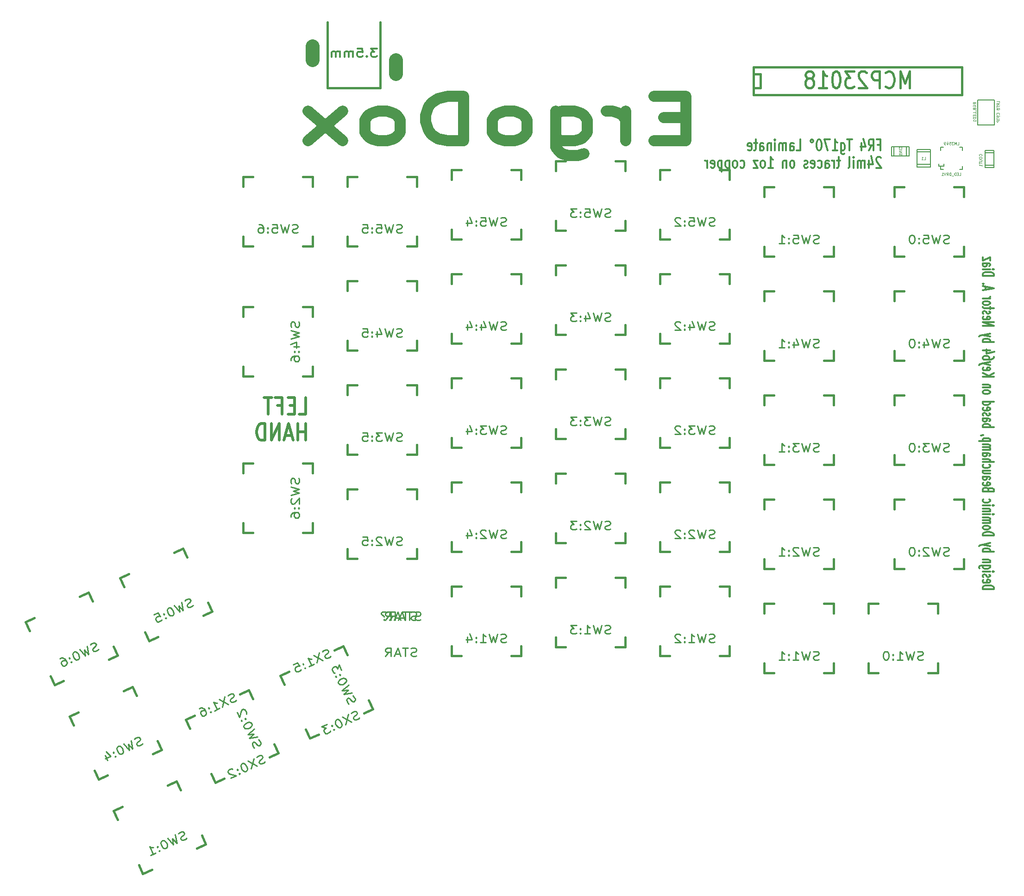
<source format=gbo>
G04 (created by PCBNEW (2013-07-07 BZR 4022)-stable) date 12/11/2013 11:14:14 PM*
%MOIN*%
G04 Gerber Fmt 3.4, Leading zero omitted, Abs format*
%FSLAX34Y34*%
G01*
G70*
G90*
G04 APERTURE LIST*
%ADD10C,0.00590551*%
%ADD11C,0.08*%
%ADD12C,0.02*%
%ADD13C,0.012*%
%ADD14C,0.011811*%
%ADD15C,0.00787402*%
%ADD16C,0.015*%
%ADD17C,0.1*%
%ADD18C,0.005*%
%ADD19C,0.0078*%
%ADD20C,0.01*%
%ADD21C,0.00492126*%
%ADD22C,0.018*%
%ADD23C,0.0047*%
%ADD24C,0.00393701*%
G04 APERTURE END LIST*
G54D10*
G54D11*
X57871Y-18869D02*
X56271Y-18869D01*
X55585Y-20545D02*
X57871Y-20545D01*
X57871Y-17345D01*
X55585Y-17345D01*
X53528Y-20545D02*
X53528Y-18411D01*
X53528Y-19021D02*
X53299Y-18716D01*
X53071Y-18564D01*
X52614Y-18411D01*
X52157Y-18411D01*
X48499Y-18411D02*
X48499Y-21002D01*
X48728Y-21307D01*
X48957Y-21459D01*
X49414Y-21611D01*
X50099Y-21611D01*
X50557Y-21459D01*
X48499Y-20392D02*
X48957Y-20545D01*
X49871Y-20545D01*
X50328Y-20392D01*
X50557Y-20240D01*
X50785Y-19935D01*
X50785Y-19021D01*
X50557Y-18716D01*
X50328Y-18564D01*
X49871Y-18411D01*
X48957Y-18411D01*
X48499Y-18564D01*
X45528Y-20545D02*
X45985Y-20392D01*
X46214Y-20240D01*
X46442Y-19935D01*
X46442Y-19021D01*
X46214Y-18716D01*
X45985Y-18564D01*
X45528Y-18411D01*
X44842Y-18411D01*
X44385Y-18564D01*
X44157Y-18716D01*
X43928Y-19021D01*
X43928Y-19935D01*
X44157Y-20240D01*
X44385Y-20392D01*
X44842Y-20545D01*
X45528Y-20545D01*
X41871Y-20545D02*
X41871Y-17345D01*
X40728Y-17345D01*
X40042Y-17497D01*
X39585Y-17802D01*
X39357Y-18107D01*
X39128Y-18716D01*
X39128Y-19173D01*
X39357Y-19783D01*
X39585Y-20088D01*
X40042Y-20392D01*
X40728Y-20545D01*
X41871Y-20545D01*
X36385Y-20545D02*
X36842Y-20392D01*
X37071Y-20240D01*
X37299Y-19935D01*
X37299Y-19021D01*
X37071Y-18716D01*
X36842Y-18564D01*
X36385Y-18411D01*
X35699Y-18411D01*
X35242Y-18564D01*
X35014Y-18716D01*
X34785Y-19021D01*
X34785Y-19935D01*
X35014Y-20240D01*
X35242Y-20392D01*
X35699Y-20545D01*
X36385Y-20545D01*
X33185Y-20545D02*
X30671Y-18411D01*
X33185Y-18411D02*
X30671Y-20545D01*
G54D12*
X30035Y-40235D02*
X30511Y-40235D01*
X30511Y-39035D01*
X29702Y-39607D02*
X29369Y-39607D01*
X29226Y-40235D02*
X29702Y-40235D01*
X29702Y-39035D01*
X29226Y-39035D01*
X28464Y-39607D02*
X28797Y-39607D01*
X28797Y-40235D02*
X28797Y-39035D01*
X28321Y-39035D01*
X28083Y-39035D02*
X27511Y-39035D01*
X27797Y-40235D02*
X27797Y-39035D01*
X30511Y-42115D02*
X30511Y-40915D01*
X30511Y-41487D02*
X29940Y-41487D01*
X29940Y-42115D02*
X29940Y-40915D01*
X29511Y-41772D02*
X29035Y-41772D01*
X29607Y-42115D02*
X29273Y-40915D01*
X28940Y-42115D01*
X28607Y-42115D02*
X28607Y-40915D01*
X28035Y-42115D01*
X28035Y-40915D01*
X27559Y-42115D02*
X27559Y-40915D01*
X27321Y-40915D01*
X27178Y-40972D01*
X27083Y-41087D01*
X27035Y-41201D01*
X26988Y-41430D01*
X26988Y-41601D01*
X27035Y-41830D01*
X27083Y-41944D01*
X27178Y-42058D01*
X27321Y-42115D01*
X27559Y-42115D01*
G54D13*
X71684Y-20826D02*
X71884Y-20826D01*
X71884Y-21245D02*
X71884Y-20445D01*
X71598Y-20445D01*
X71027Y-21245D02*
X71227Y-20864D01*
X71370Y-21245D02*
X71370Y-20445D01*
X71141Y-20445D01*
X71084Y-20483D01*
X71056Y-20521D01*
X71027Y-20597D01*
X71027Y-20711D01*
X71056Y-20787D01*
X71084Y-20826D01*
X71141Y-20864D01*
X71370Y-20864D01*
X70513Y-20711D02*
X70513Y-21245D01*
X70656Y-20406D02*
X70798Y-20978D01*
X70427Y-20978D01*
X69827Y-20445D02*
X69484Y-20445D01*
X69656Y-21245D02*
X69656Y-20445D01*
X69027Y-20711D02*
X69027Y-21359D01*
X69056Y-21435D01*
X69084Y-21473D01*
X69141Y-21511D01*
X69227Y-21511D01*
X69284Y-21473D01*
X69027Y-21206D02*
X69084Y-21245D01*
X69198Y-21245D01*
X69256Y-21206D01*
X69284Y-21168D01*
X69313Y-21092D01*
X69313Y-20864D01*
X69284Y-20787D01*
X69256Y-20749D01*
X69198Y-20711D01*
X69084Y-20711D01*
X69027Y-20749D01*
X68427Y-21245D02*
X68770Y-21245D01*
X68598Y-21245D02*
X68598Y-20445D01*
X68656Y-20559D01*
X68713Y-20635D01*
X68770Y-20673D01*
X68227Y-20445D02*
X67827Y-20445D01*
X68084Y-21245D01*
X67484Y-20445D02*
X67427Y-20445D01*
X67370Y-20483D01*
X67341Y-20521D01*
X67313Y-20597D01*
X67284Y-20749D01*
X67284Y-20940D01*
X67313Y-21092D01*
X67341Y-21168D01*
X67370Y-21206D01*
X67427Y-21245D01*
X67484Y-21245D01*
X67541Y-21206D01*
X67570Y-21168D01*
X67598Y-21092D01*
X67627Y-20940D01*
X67627Y-20749D01*
X67598Y-20597D01*
X67570Y-20521D01*
X67541Y-20483D01*
X67484Y-20445D01*
X66941Y-20445D02*
X66998Y-20483D01*
X67027Y-20559D01*
X66998Y-20635D01*
X66941Y-20673D01*
X66884Y-20635D01*
X66856Y-20559D01*
X66884Y-20483D01*
X66941Y-20445D01*
X65827Y-21245D02*
X66113Y-21245D01*
X66113Y-20445D01*
X65370Y-21245D02*
X65370Y-20826D01*
X65398Y-20749D01*
X65456Y-20711D01*
X65570Y-20711D01*
X65627Y-20749D01*
X65370Y-21206D02*
X65427Y-21245D01*
X65570Y-21245D01*
X65627Y-21206D01*
X65656Y-21130D01*
X65656Y-21054D01*
X65627Y-20978D01*
X65570Y-20940D01*
X65427Y-20940D01*
X65370Y-20902D01*
X65084Y-21245D02*
X65084Y-20711D01*
X65084Y-20787D02*
X65056Y-20749D01*
X64998Y-20711D01*
X64913Y-20711D01*
X64856Y-20749D01*
X64827Y-20826D01*
X64827Y-21245D01*
X64827Y-20826D02*
X64798Y-20749D01*
X64741Y-20711D01*
X64656Y-20711D01*
X64598Y-20749D01*
X64570Y-20826D01*
X64570Y-21245D01*
X64284Y-21245D02*
X64284Y-20711D01*
X64284Y-20445D02*
X64313Y-20483D01*
X64284Y-20521D01*
X64256Y-20483D01*
X64284Y-20445D01*
X64284Y-20521D01*
X63998Y-20711D02*
X63998Y-21245D01*
X63998Y-20787D02*
X63970Y-20749D01*
X63913Y-20711D01*
X63827Y-20711D01*
X63770Y-20749D01*
X63741Y-20826D01*
X63741Y-21245D01*
X63198Y-21245D02*
X63198Y-20826D01*
X63227Y-20749D01*
X63284Y-20711D01*
X63398Y-20711D01*
X63456Y-20749D01*
X63198Y-21206D02*
X63256Y-21245D01*
X63398Y-21245D01*
X63456Y-21206D01*
X63484Y-21130D01*
X63484Y-21054D01*
X63456Y-20978D01*
X63398Y-20940D01*
X63256Y-20940D01*
X63198Y-20902D01*
X62998Y-20711D02*
X62770Y-20711D01*
X62913Y-20445D02*
X62913Y-21130D01*
X62884Y-21206D01*
X62827Y-21245D01*
X62770Y-21245D01*
X62341Y-21206D02*
X62398Y-21245D01*
X62513Y-21245D01*
X62570Y-21206D01*
X62598Y-21130D01*
X62598Y-20826D01*
X62570Y-20749D01*
X62513Y-20711D01*
X62398Y-20711D01*
X62341Y-20749D01*
X62313Y-20826D01*
X62313Y-20902D01*
X62598Y-20978D01*
X71913Y-21761D02*
X71884Y-21723D01*
X71827Y-21685D01*
X71684Y-21685D01*
X71627Y-21723D01*
X71598Y-21761D01*
X71570Y-21837D01*
X71570Y-21913D01*
X71598Y-22027D01*
X71941Y-22485D01*
X71570Y-22485D01*
X71056Y-21951D02*
X71056Y-22485D01*
X71198Y-21646D02*
X71341Y-22218D01*
X70970Y-22218D01*
X70741Y-22485D02*
X70741Y-21951D01*
X70741Y-22027D02*
X70713Y-21989D01*
X70656Y-21951D01*
X70570Y-21951D01*
X70513Y-21989D01*
X70484Y-22066D01*
X70484Y-22485D01*
X70484Y-22066D02*
X70456Y-21989D01*
X70398Y-21951D01*
X70313Y-21951D01*
X70256Y-21989D01*
X70227Y-22066D01*
X70227Y-22485D01*
X69941Y-22485D02*
X69941Y-21951D01*
X69941Y-21685D02*
X69970Y-21723D01*
X69941Y-21761D01*
X69913Y-21723D01*
X69941Y-21685D01*
X69941Y-21761D01*
X69570Y-22485D02*
X69627Y-22446D01*
X69656Y-22370D01*
X69656Y-21685D01*
X68970Y-21951D02*
X68741Y-21951D01*
X68884Y-21685D02*
X68884Y-22370D01*
X68856Y-22446D01*
X68798Y-22485D01*
X68741Y-22485D01*
X68541Y-22485D02*
X68541Y-21951D01*
X68541Y-22104D02*
X68513Y-22027D01*
X68484Y-21989D01*
X68427Y-21951D01*
X68370Y-21951D01*
X67913Y-22485D02*
X67913Y-22066D01*
X67941Y-21989D01*
X67998Y-21951D01*
X68113Y-21951D01*
X68170Y-21989D01*
X67913Y-22446D02*
X67970Y-22485D01*
X68113Y-22485D01*
X68170Y-22446D01*
X68198Y-22370D01*
X68198Y-22294D01*
X68170Y-22218D01*
X68113Y-22180D01*
X67970Y-22180D01*
X67913Y-22142D01*
X67370Y-22446D02*
X67427Y-22485D01*
X67541Y-22485D01*
X67598Y-22446D01*
X67627Y-22408D01*
X67656Y-22332D01*
X67656Y-22104D01*
X67627Y-22027D01*
X67598Y-21989D01*
X67541Y-21951D01*
X67427Y-21951D01*
X67370Y-21989D01*
X66884Y-22446D02*
X66941Y-22485D01*
X67056Y-22485D01*
X67113Y-22446D01*
X67141Y-22370D01*
X67141Y-22066D01*
X67113Y-21989D01*
X67056Y-21951D01*
X66941Y-21951D01*
X66884Y-21989D01*
X66856Y-22066D01*
X66856Y-22142D01*
X67141Y-22218D01*
X66627Y-22446D02*
X66570Y-22485D01*
X66456Y-22485D01*
X66398Y-22446D01*
X66370Y-22370D01*
X66370Y-22332D01*
X66398Y-22256D01*
X66456Y-22218D01*
X66541Y-22218D01*
X66598Y-22180D01*
X66627Y-22104D01*
X66627Y-22066D01*
X66598Y-21989D01*
X66541Y-21951D01*
X66456Y-21951D01*
X66398Y-21989D01*
X65570Y-22485D02*
X65627Y-22446D01*
X65656Y-22408D01*
X65684Y-22332D01*
X65684Y-22104D01*
X65656Y-22027D01*
X65627Y-21989D01*
X65570Y-21951D01*
X65484Y-21951D01*
X65427Y-21989D01*
X65398Y-22027D01*
X65370Y-22104D01*
X65370Y-22332D01*
X65398Y-22408D01*
X65427Y-22446D01*
X65484Y-22485D01*
X65570Y-22485D01*
X65113Y-21951D02*
X65113Y-22485D01*
X65113Y-22027D02*
X65084Y-21989D01*
X65027Y-21951D01*
X64941Y-21951D01*
X64884Y-21989D01*
X64856Y-22066D01*
X64856Y-22485D01*
X63798Y-22485D02*
X64141Y-22485D01*
X63970Y-22485D02*
X63970Y-21685D01*
X64027Y-21799D01*
X64084Y-21875D01*
X64141Y-21913D01*
X63456Y-22485D02*
X63513Y-22446D01*
X63541Y-22408D01*
X63570Y-22332D01*
X63570Y-22104D01*
X63541Y-22027D01*
X63513Y-21989D01*
X63456Y-21951D01*
X63370Y-21951D01*
X63313Y-21989D01*
X63284Y-22027D01*
X63256Y-22104D01*
X63256Y-22332D01*
X63284Y-22408D01*
X63313Y-22446D01*
X63370Y-22485D01*
X63456Y-22485D01*
X63056Y-21951D02*
X62741Y-21951D01*
X63056Y-22485D01*
X62741Y-22485D01*
X61798Y-22446D02*
X61856Y-22485D01*
X61970Y-22485D01*
X62027Y-22446D01*
X62056Y-22408D01*
X62084Y-22332D01*
X62084Y-22104D01*
X62056Y-22027D01*
X62027Y-21989D01*
X61970Y-21951D01*
X61856Y-21951D01*
X61798Y-21989D01*
X61456Y-22485D02*
X61513Y-22446D01*
X61541Y-22408D01*
X61570Y-22332D01*
X61570Y-22104D01*
X61541Y-22027D01*
X61513Y-21989D01*
X61456Y-21951D01*
X61370Y-21951D01*
X61313Y-21989D01*
X61284Y-22027D01*
X61256Y-22104D01*
X61256Y-22332D01*
X61284Y-22408D01*
X61313Y-22446D01*
X61370Y-22485D01*
X61456Y-22485D01*
X60998Y-21951D02*
X60998Y-22751D01*
X60998Y-21989D02*
X60941Y-21951D01*
X60827Y-21951D01*
X60770Y-21989D01*
X60741Y-22027D01*
X60713Y-22104D01*
X60713Y-22332D01*
X60741Y-22408D01*
X60770Y-22446D01*
X60827Y-22485D01*
X60941Y-22485D01*
X60998Y-22446D01*
X60456Y-21951D02*
X60456Y-22751D01*
X60456Y-21989D02*
X60398Y-21951D01*
X60284Y-21951D01*
X60227Y-21989D01*
X60198Y-22027D01*
X60170Y-22104D01*
X60170Y-22332D01*
X60198Y-22408D01*
X60227Y-22446D01*
X60284Y-22485D01*
X60398Y-22485D01*
X60456Y-22446D01*
X59684Y-22446D02*
X59741Y-22485D01*
X59856Y-22485D01*
X59913Y-22446D01*
X59941Y-22370D01*
X59941Y-22066D01*
X59913Y-21989D01*
X59856Y-21951D01*
X59741Y-21951D01*
X59684Y-21989D01*
X59656Y-22066D01*
X59656Y-22142D01*
X59941Y-22218D01*
X59398Y-22485D02*
X59398Y-21951D01*
X59398Y-22104D02*
X59370Y-22027D01*
X59341Y-21989D01*
X59284Y-21951D01*
X59227Y-21951D01*
G54D14*
X79227Y-52825D02*
X80027Y-52825D01*
X80027Y-52712D01*
X79989Y-52645D01*
X79913Y-52600D01*
X79836Y-52577D01*
X79684Y-52555D01*
X79570Y-52555D01*
X79417Y-52577D01*
X79341Y-52600D01*
X79265Y-52645D01*
X79227Y-52712D01*
X79227Y-52825D01*
X79265Y-52172D02*
X79227Y-52217D01*
X79227Y-52307D01*
X79265Y-52352D01*
X79341Y-52375D01*
X79646Y-52375D01*
X79722Y-52352D01*
X79760Y-52307D01*
X79760Y-52217D01*
X79722Y-52172D01*
X79646Y-52150D01*
X79570Y-52150D01*
X79494Y-52375D01*
X79265Y-51970D02*
X79227Y-51925D01*
X79227Y-51835D01*
X79265Y-51790D01*
X79341Y-51767D01*
X79379Y-51767D01*
X79455Y-51790D01*
X79494Y-51835D01*
X79494Y-51902D01*
X79532Y-51947D01*
X79608Y-51970D01*
X79646Y-51970D01*
X79722Y-51947D01*
X79760Y-51902D01*
X79760Y-51835D01*
X79722Y-51790D01*
X79227Y-51565D02*
X79760Y-51565D01*
X80027Y-51565D02*
X79989Y-51587D01*
X79951Y-51565D01*
X79989Y-51542D01*
X80027Y-51565D01*
X79951Y-51565D01*
X79760Y-51137D02*
X79113Y-51137D01*
X79036Y-51160D01*
X78998Y-51182D01*
X78960Y-51227D01*
X78960Y-51295D01*
X78998Y-51340D01*
X79265Y-51137D02*
X79227Y-51182D01*
X79227Y-51272D01*
X79265Y-51317D01*
X79303Y-51340D01*
X79379Y-51362D01*
X79608Y-51362D01*
X79684Y-51340D01*
X79722Y-51317D01*
X79760Y-51272D01*
X79760Y-51182D01*
X79722Y-51137D01*
X79760Y-50912D02*
X79227Y-50912D01*
X79684Y-50912D02*
X79722Y-50890D01*
X79760Y-50845D01*
X79760Y-50777D01*
X79722Y-50732D01*
X79646Y-50710D01*
X79227Y-50710D01*
X79227Y-50125D02*
X80027Y-50125D01*
X79722Y-50125D02*
X79760Y-50080D01*
X79760Y-49990D01*
X79722Y-49945D01*
X79684Y-49922D01*
X79608Y-49900D01*
X79379Y-49900D01*
X79303Y-49922D01*
X79265Y-49945D01*
X79227Y-49990D01*
X79227Y-50080D01*
X79265Y-50125D01*
X79760Y-49742D02*
X79227Y-49630D01*
X79760Y-49517D02*
X79227Y-49630D01*
X79036Y-49675D01*
X78998Y-49697D01*
X78960Y-49742D01*
X79227Y-48978D02*
X80027Y-48978D01*
X80027Y-48865D01*
X79989Y-48798D01*
X79913Y-48753D01*
X79836Y-48730D01*
X79684Y-48708D01*
X79570Y-48708D01*
X79417Y-48730D01*
X79341Y-48753D01*
X79265Y-48798D01*
X79227Y-48865D01*
X79227Y-48978D01*
X79227Y-48438D02*
X79265Y-48483D01*
X79303Y-48505D01*
X79379Y-48528D01*
X79608Y-48528D01*
X79684Y-48505D01*
X79722Y-48483D01*
X79760Y-48438D01*
X79760Y-48370D01*
X79722Y-48325D01*
X79684Y-48303D01*
X79608Y-48280D01*
X79379Y-48280D01*
X79303Y-48303D01*
X79265Y-48325D01*
X79227Y-48370D01*
X79227Y-48438D01*
X79227Y-48078D02*
X79760Y-48078D01*
X79684Y-48078D02*
X79722Y-48055D01*
X79760Y-48010D01*
X79760Y-47943D01*
X79722Y-47898D01*
X79646Y-47875D01*
X79227Y-47875D01*
X79646Y-47875D02*
X79722Y-47853D01*
X79760Y-47808D01*
X79760Y-47740D01*
X79722Y-47695D01*
X79646Y-47673D01*
X79227Y-47673D01*
X79227Y-47448D02*
X79760Y-47448D01*
X80027Y-47448D02*
X79989Y-47470D01*
X79951Y-47448D01*
X79989Y-47425D01*
X80027Y-47448D01*
X79951Y-47448D01*
X79760Y-47223D02*
X79227Y-47223D01*
X79684Y-47223D02*
X79722Y-47200D01*
X79760Y-47155D01*
X79760Y-47088D01*
X79722Y-47043D01*
X79646Y-47020D01*
X79227Y-47020D01*
X79227Y-46795D02*
X79760Y-46795D01*
X80027Y-46795D02*
X79989Y-46818D01*
X79951Y-46795D01*
X79989Y-46773D01*
X80027Y-46795D01*
X79951Y-46795D01*
X79265Y-46368D02*
X79227Y-46413D01*
X79227Y-46503D01*
X79265Y-46548D01*
X79303Y-46570D01*
X79379Y-46593D01*
X79608Y-46593D01*
X79684Y-46570D01*
X79722Y-46548D01*
X79760Y-46503D01*
X79760Y-46413D01*
X79722Y-46368D01*
X79646Y-45648D02*
X79608Y-45580D01*
X79570Y-45558D01*
X79494Y-45535D01*
X79379Y-45535D01*
X79303Y-45558D01*
X79265Y-45580D01*
X79227Y-45625D01*
X79227Y-45805D01*
X80027Y-45805D01*
X80027Y-45648D01*
X79989Y-45603D01*
X79951Y-45580D01*
X79874Y-45558D01*
X79798Y-45558D01*
X79722Y-45580D01*
X79684Y-45603D01*
X79646Y-45648D01*
X79646Y-45805D01*
X79265Y-45153D02*
X79227Y-45198D01*
X79227Y-45288D01*
X79265Y-45333D01*
X79341Y-45356D01*
X79646Y-45356D01*
X79722Y-45333D01*
X79760Y-45288D01*
X79760Y-45198D01*
X79722Y-45153D01*
X79646Y-45131D01*
X79570Y-45131D01*
X79494Y-45356D01*
X79227Y-44726D02*
X79646Y-44726D01*
X79722Y-44748D01*
X79760Y-44793D01*
X79760Y-44883D01*
X79722Y-44928D01*
X79265Y-44726D02*
X79227Y-44771D01*
X79227Y-44883D01*
X79265Y-44928D01*
X79341Y-44951D01*
X79417Y-44951D01*
X79494Y-44928D01*
X79532Y-44883D01*
X79532Y-44771D01*
X79570Y-44726D01*
X79760Y-44298D02*
X79227Y-44298D01*
X79760Y-44501D02*
X79341Y-44501D01*
X79265Y-44478D01*
X79227Y-44433D01*
X79227Y-44366D01*
X79265Y-44321D01*
X79303Y-44298D01*
X79265Y-43871D02*
X79227Y-43916D01*
X79227Y-44006D01*
X79265Y-44051D01*
X79303Y-44073D01*
X79379Y-44096D01*
X79608Y-44096D01*
X79684Y-44073D01*
X79722Y-44051D01*
X79760Y-44006D01*
X79760Y-43916D01*
X79722Y-43871D01*
X79227Y-43668D02*
X80027Y-43668D01*
X79227Y-43466D02*
X79646Y-43466D01*
X79722Y-43488D01*
X79760Y-43533D01*
X79760Y-43601D01*
X79722Y-43646D01*
X79684Y-43668D01*
X79227Y-43038D02*
X79646Y-43038D01*
X79722Y-43061D01*
X79760Y-43106D01*
X79760Y-43196D01*
X79722Y-43241D01*
X79265Y-43038D02*
X79227Y-43083D01*
X79227Y-43196D01*
X79265Y-43241D01*
X79341Y-43263D01*
X79417Y-43263D01*
X79494Y-43241D01*
X79532Y-43196D01*
X79532Y-43083D01*
X79570Y-43038D01*
X79227Y-42813D02*
X79760Y-42813D01*
X79684Y-42813D02*
X79722Y-42791D01*
X79760Y-42746D01*
X79760Y-42678D01*
X79722Y-42633D01*
X79646Y-42611D01*
X79227Y-42611D01*
X79646Y-42611D02*
X79722Y-42588D01*
X79760Y-42543D01*
X79760Y-42476D01*
X79722Y-42431D01*
X79646Y-42408D01*
X79227Y-42408D01*
X79760Y-42183D02*
X78960Y-42183D01*
X79722Y-42183D02*
X79760Y-42138D01*
X79760Y-42048D01*
X79722Y-42003D01*
X79684Y-41981D01*
X79608Y-41958D01*
X79379Y-41958D01*
X79303Y-41981D01*
X79265Y-42003D01*
X79227Y-42048D01*
X79227Y-42138D01*
X79265Y-42183D01*
X79265Y-41733D02*
X79227Y-41733D01*
X79151Y-41756D01*
X79113Y-41778D01*
X79227Y-41171D02*
X80027Y-41171D01*
X79722Y-41171D02*
X79760Y-41126D01*
X79760Y-41036D01*
X79722Y-40991D01*
X79684Y-40969D01*
X79608Y-40946D01*
X79379Y-40946D01*
X79303Y-40969D01*
X79265Y-40991D01*
X79227Y-41036D01*
X79227Y-41126D01*
X79265Y-41171D01*
X79227Y-40541D02*
X79646Y-40541D01*
X79722Y-40564D01*
X79760Y-40609D01*
X79760Y-40699D01*
X79722Y-40744D01*
X79265Y-40541D02*
X79227Y-40586D01*
X79227Y-40699D01*
X79265Y-40744D01*
X79341Y-40766D01*
X79417Y-40766D01*
X79494Y-40744D01*
X79532Y-40699D01*
X79532Y-40586D01*
X79570Y-40541D01*
X79265Y-40339D02*
X79227Y-40294D01*
X79227Y-40204D01*
X79265Y-40159D01*
X79341Y-40136D01*
X79379Y-40136D01*
X79455Y-40159D01*
X79494Y-40204D01*
X79494Y-40271D01*
X79532Y-40316D01*
X79608Y-40339D01*
X79646Y-40339D01*
X79722Y-40316D01*
X79760Y-40271D01*
X79760Y-40204D01*
X79722Y-40159D01*
X79265Y-39754D02*
X79227Y-39799D01*
X79227Y-39889D01*
X79265Y-39934D01*
X79341Y-39956D01*
X79646Y-39956D01*
X79722Y-39934D01*
X79760Y-39889D01*
X79760Y-39799D01*
X79722Y-39754D01*
X79646Y-39731D01*
X79570Y-39731D01*
X79494Y-39956D01*
X79227Y-39326D02*
X80027Y-39326D01*
X79265Y-39326D02*
X79227Y-39371D01*
X79227Y-39461D01*
X79265Y-39506D01*
X79303Y-39529D01*
X79379Y-39551D01*
X79608Y-39551D01*
X79684Y-39529D01*
X79722Y-39506D01*
X79760Y-39461D01*
X79760Y-39371D01*
X79722Y-39326D01*
X79227Y-38674D02*
X79265Y-38719D01*
X79303Y-38741D01*
X79379Y-38764D01*
X79608Y-38764D01*
X79684Y-38741D01*
X79722Y-38719D01*
X79760Y-38674D01*
X79760Y-38606D01*
X79722Y-38561D01*
X79684Y-38539D01*
X79608Y-38516D01*
X79379Y-38516D01*
X79303Y-38539D01*
X79265Y-38561D01*
X79227Y-38606D01*
X79227Y-38674D01*
X79760Y-38314D02*
X79227Y-38314D01*
X79684Y-38314D02*
X79722Y-38291D01*
X79760Y-38246D01*
X79760Y-38179D01*
X79722Y-38134D01*
X79646Y-38111D01*
X79227Y-38111D01*
X79227Y-37526D02*
X80027Y-37526D01*
X79227Y-37257D02*
X79684Y-37459D01*
X80027Y-37257D02*
X79570Y-37526D01*
X79265Y-36874D02*
X79227Y-36919D01*
X79227Y-37009D01*
X79265Y-37054D01*
X79341Y-37077D01*
X79646Y-37077D01*
X79722Y-37054D01*
X79760Y-37009D01*
X79760Y-36919D01*
X79722Y-36874D01*
X79646Y-36852D01*
X79570Y-36852D01*
X79494Y-37077D01*
X79760Y-36694D02*
X79227Y-36582D01*
X79760Y-36469D02*
X79227Y-36582D01*
X79036Y-36627D01*
X78998Y-36649D01*
X78960Y-36694D01*
X80027Y-36087D02*
X80027Y-36177D01*
X79989Y-36222D01*
X79951Y-36244D01*
X79836Y-36289D01*
X79684Y-36312D01*
X79379Y-36312D01*
X79303Y-36289D01*
X79265Y-36267D01*
X79227Y-36222D01*
X79227Y-36132D01*
X79265Y-36087D01*
X79303Y-36064D01*
X79379Y-36042D01*
X79570Y-36042D01*
X79646Y-36064D01*
X79684Y-36087D01*
X79722Y-36132D01*
X79722Y-36222D01*
X79684Y-36267D01*
X79646Y-36289D01*
X79570Y-36312D01*
X79760Y-35637D02*
X79227Y-35637D01*
X80065Y-35749D02*
X79494Y-35862D01*
X79494Y-35569D01*
X79227Y-35029D02*
X80027Y-35029D01*
X79722Y-35029D02*
X79760Y-34984D01*
X79760Y-34894D01*
X79722Y-34849D01*
X79684Y-34827D01*
X79608Y-34804D01*
X79379Y-34804D01*
X79303Y-34827D01*
X79265Y-34849D01*
X79227Y-34894D01*
X79227Y-34984D01*
X79265Y-35029D01*
X79760Y-34647D02*
X79227Y-34534D01*
X79760Y-34422D02*
X79227Y-34534D01*
X79036Y-34579D01*
X78998Y-34602D01*
X78960Y-34647D01*
X79227Y-33882D02*
X80027Y-33882D01*
X79227Y-33612D01*
X80027Y-33612D01*
X79265Y-33207D02*
X79227Y-33252D01*
X79227Y-33342D01*
X79265Y-33387D01*
X79341Y-33410D01*
X79646Y-33410D01*
X79722Y-33387D01*
X79760Y-33342D01*
X79760Y-33252D01*
X79722Y-33207D01*
X79646Y-33185D01*
X79570Y-33185D01*
X79494Y-33410D01*
X79265Y-33005D02*
X79227Y-32960D01*
X79227Y-32870D01*
X79265Y-32825D01*
X79341Y-32802D01*
X79379Y-32802D01*
X79455Y-32825D01*
X79494Y-32870D01*
X79494Y-32937D01*
X79532Y-32982D01*
X79608Y-33005D01*
X79646Y-33005D01*
X79722Y-32982D01*
X79760Y-32937D01*
X79760Y-32870D01*
X79722Y-32825D01*
X79760Y-32667D02*
X79760Y-32487D01*
X80027Y-32600D02*
X79341Y-32600D01*
X79265Y-32577D01*
X79227Y-32532D01*
X79227Y-32487D01*
X79227Y-32262D02*
X79265Y-32307D01*
X79303Y-32330D01*
X79379Y-32352D01*
X79608Y-32352D01*
X79684Y-32330D01*
X79722Y-32307D01*
X79760Y-32262D01*
X79760Y-32195D01*
X79722Y-32150D01*
X79684Y-32127D01*
X79608Y-32105D01*
X79379Y-32105D01*
X79303Y-32127D01*
X79265Y-32150D01*
X79227Y-32195D01*
X79227Y-32262D01*
X79227Y-31902D02*
X79760Y-31902D01*
X79608Y-31902D02*
X79684Y-31880D01*
X79722Y-31857D01*
X79760Y-31812D01*
X79760Y-31767D01*
X79455Y-31272D02*
X79455Y-31047D01*
X79227Y-31317D02*
X80027Y-31160D01*
X79227Y-31002D01*
X79303Y-30845D02*
X79265Y-30822D01*
X79227Y-30845D01*
X79265Y-30867D01*
X79303Y-30845D01*
X79227Y-30845D01*
X79227Y-30260D02*
X80027Y-30260D01*
X80027Y-30147D01*
X79989Y-30080D01*
X79913Y-30035D01*
X79836Y-30012D01*
X79684Y-29990D01*
X79570Y-29990D01*
X79417Y-30012D01*
X79341Y-30035D01*
X79265Y-30080D01*
X79227Y-30147D01*
X79227Y-30260D01*
X79227Y-29787D02*
X79760Y-29787D01*
X80027Y-29787D02*
X79989Y-29810D01*
X79951Y-29787D01*
X79989Y-29765D01*
X80027Y-29787D01*
X79951Y-29787D01*
X79227Y-29360D02*
X79646Y-29360D01*
X79722Y-29383D01*
X79760Y-29428D01*
X79760Y-29517D01*
X79722Y-29562D01*
X79265Y-29360D02*
X79227Y-29405D01*
X79227Y-29517D01*
X79265Y-29562D01*
X79341Y-29585D01*
X79417Y-29585D01*
X79494Y-29562D01*
X79532Y-29517D01*
X79532Y-29405D01*
X79570Y-29360D01*
X79760Y-29180D02*
X79760Y-28933D01*
X79227Y-29180D01*
X79227Y-28933D01*
G54D15*
X80090Y-19385D02*
X80090Y-17614D01*
X80090Y-17614D02*
X78870Y-17614D01*
X78870Y-17614D02*
X78870Y-19385D01*
X78870Y-19385D02*
X80090Y-19385D01*
G54D16*
X62750Y-17250D02*
X77750Y-17250D01*
X77750Y-17250D02*
X77750Y-15250D01*
X77750Y-15250D02*
X62750Y-15250D01*
X62750Y-15250D02*
X62750Y-17250D01*
X62750Y-16750D02*
X63250Y-16750D01*
X63250Y-16750D02*
X63250Y-15750D01*
X63250Y-15750D02*
X62750Y-15750D01*
G54D17*
X31000Y-14750D02*
X31000Y-13750D01*
X37000Y-15750D02*
X37000Y-14750D01*
G54D16*
X35870Y-12000D02*
X35870Y-16750D01*
X35870Y-16750D02*
X32090Y-16750D01*
X32090Y-16750D02*
X32090Y-12000D01*
X26000Y-23130D02*
X26700Y-23130D01*
X30300Y-23130D02*
X31000Y-23130D01*
X31000Y-23130D02*
X31000Y-23830D01*
X31000Y-27430D02*
X31000Y-28130D01*
X31000Y-28130D02*
X30300Y-28130D01*
X26700Y-28130D02*
X26000Y-28130D01*
X26000Y-28130D02*
X26000Y-27430D01*
X26000Y-23830D02*
X26000Y-23130D01*
X26000Y-37504D02*
X26000Y-36804D01*
X26000Y-33204D02*
X26000Y-32504D01*
X26000Y-32504D02*
X26700Y-32504D01*
X30300Y-32504D02*
X31000Y-32504D01*
X31000Y-32504D02*
X31000Y-33204D01*
X31000Y-36804D02*
X31000Y-37504D01*
X31000Y-37504D02*
X30300Y-37504D01*
X26700Y-37504D02*
X26000Y-37504D01*
X26000Y-48754D02*
X26000Y-48054D01*
X26000Y-44454D02*
X26000Y-43754D01*
X26000Y-43754D02*
X26700Y-43754D01*
X30300Y-43754D02*
X31000Y-43754D01*
X31000Y-43754D02*
X31000Y-44454D01*
X31000Y-48054D02*
X31000Y-48754D01*
X31000Y-48754D02*
X30300Y-48754D01*
X26700Y-48754D02*
X26000Y-48754D01*
G54D18*
X74510Y-21170D02*
X75490Y-21170D01*
X75490Y-22430D02*
X74510Y-22430D01*
X74510Y-22250D02*
X75490Y-22250D01*
X75490Y-21350D02*
X74510Y-21350D01*
X75490Y-21170D02*
X75490Y-22430D01*
X74510Y-22430D02*
X74510Y-21170D01*
X72857Y-21619D02*
X72857Y-20979D01*
X73757Y-20979D02*
X73757Y-21619D01*
X73937Y-20979D02*
X73937Y-21619D01*
X73937Y-21619D02*
X72677Y-21619D01*
X72677Y-21619D02*
X72677Y-20979D01*
X72677Y-20979D02*
X73937Y-20979D01*
X80044Y-22300D02*
X79404Y-22300D01*
X79404Y-21400D02*
X80044Y-21400D01*
X79404Y-21220D02*
X80044Y-21220D01*
X80044Y-21220D02*
X80044Y-22480D01*
X80044Y-22480D02*
X79404Y-22480D01*
X79404Y-22480D02*
X79404Y-21220D01*
G54D19*
X77787Y-22587D02*
X77787Y-22380D01*
X77787Y-21220D02*
X77787Y-21013D01*
X77787Y-21013D02*
X77580Y-21013D01*
X76420Y-21013D02*
X76213Y-21013D01*
X76213Y-22587D02*
X76213Y-22380D01*
X76213Y-21220D02*
X76213Y-21013D01*
X77787Y-22587D02*
X77580Y-22587D01*
X76420Y-22587D02*
X76213Y-22587D01*
X76430Y-22370D02*
X76430Y-22203D01*
X76075Y-22380D02*
X76075Y-22203D01*
X76420Y-22380D02*
X76075Y-22380D01*
G54D16*
X33500Y-23130D02*
X34200Y-23130D01*
X37800Y-23130D02*
X38500Y-23130D01*
X38500Y-23130D02*
X38500Y-23830D01*
X38500Y-27430D02*
X38500Y-28130D01*
X38500Y-28130D02*
X37800Y-28130D01*
X34200Y-28130D02*
X33500Y-28130D01*
X33500Y-28130D02*
X33500Y-27430D01*
X33500Y-23830D02*
X33500Y-23130D01*
X41000Y-22629D02*
X41700Y-22629D01*
X45300Y-22629D02*
X46000Y-22629D01*
X46000Y-22629D02*
X46000Y-23329D01*
X46000Y-26929D02*
X46000Y-27629D01*
X46000Y-27629D02*
X45300Y-27629D01*
X41700Y-27629D02*
X41000Y-27629D01*
X41000Y-27629D02*
X41000Y-26929D01*
X41000Y-23329D02*
X41000Y-22629D01*
X48500Y-22000D02*
X49200Y-22000D01*
X52800Y-22000D02*
X53500Y-22000D01*
X53500Y-22000D02*
X53500Y-22700D01*
X53500Y-26300D02*
X53500Y-27000D01*
X53500Y-27000D02*
X52800Y-27000D01*
X49200Y-27000D02*
X48500Y-27000D01*
X48500Y-27000D02*
X48500Y-26300D01*
X48500Y-22700D02*
X48500Y-22000D01*
X56000Y-22629D02*
X56700Y-22629D01*
X60300Y-22629D02*
X61000Y-22629D01*
X61000Y-22629D02*
X61000Y-23329D01*
X61000Y-26929D02*
X61000Y-27629D01*
X61000Y-27629D02*
X60300Y-27629D01*
X56700Y-27629D02*
X56000Y-27629D01*
X56000Y-27629D02*
X56000Y-26929D01*
X56000Y-23329D02*
X56000Y-22629D01*
X63500Y-23880D02*
X64200Y-23880D01*
X67800Y-23880D02*
X68500Y-23880D01*
X68500Y-23880D02*
X68500Y-24580D01*
X68500Y-28180D02*
X68500Y-28880D01*
X68500Y-28880D02*
X67800Y-28880D01*
X64200Y-28880D02*
X63500Y-28880D01*
X63500Y-28880D02*
X63500Y-28180D01*
X63500Y-24580D02*
X63500Y-23880D01*
X72875Y-23880D02*
X73575Y-23880D01*
X77175Y-23880D02*
X77875Y-23880D01*
X77875Y-23880D02*
X77875Y-24580D01*
X77875Y-28180D02*
X77875Y-28880D01*
X77875Y-28880D02*
X77175Y-28880D01*
X73575Y-28880D02*
X72875Y-28880D01*
X72875Y-28880D02*
X72875Y-28180D01*
X72875Y-24580D02*
X72875Y-23880D01*
X72875Y-31379D02*
X73575Y-31379D01*
X77175Y-31379D02*
X77875Y-31379D01*
X77875Y-31379D02*
X77875Y-32079D01*
X77875Y-35679D02*
X77875Y-36379D01*
X77875Y-36379D02*
X77175Y-36379D01*
X73575Y-36379D02*
X72875Y-36379D01*
X72875Y-36379D02*
X72875Y-35679D01*
X72875Y-32079D02*
X72875Y-31379D01*
X72875Y-46379D02*
X73575Y-46379D01*
X77175Y-46379D02*
X77875Y-46379D01*
X77875Y-46379D02*
X77875Y-47079D01*
X77875Y-50679D02*
X77875Y-51379D01*
X77875Y-51379D02*
X77175Y-51379D01*
X73575Y-51379D02*
X72875Y-51379D01*
X72875Y-51379D02*
X72875Y-50679D01*
X72875Y-47079D02*
X72875Y-46379D01*
X71000Y-53879D02*
X71700Y-53879D01*
X75300Y-53879D02*
X76000Y-53879D01*
X76000Y-53879D02*
X76000Y-54579D01*
X76000Y-58179D02*
X76000Y-58879D01*
X76000Y-58879D02*
X75300Y-58879D01*
X71700Y-58879D02*
X71000Y-58879D01*
X71000Y-58879D02*
X71000Y-58179D01*
X71000Y-54579D02*
X71000Y-53879D01*
X63500Y-53879D02*
X64200Y-53879D01*
X67800Y-53879D02*
X68500Y-53879D01*
X68500Y-53879D02*
X68500Y-54579D01*
X68500Y-58179D02*
X68500Y-58879D01*
X68500Y-58879D02*
X67800Y-58879D01*
X64200Y-58879D02*
X63500Y-58879D01*
X63500Y-58879D02*
X63500Y-58179D01*
X63500Y-54579D02*
X63500Y-53879D01*
X56000Y-52629D02*
X56700Y-52629D01*
X60300Y-52629D02*
X61000Y-52629D01*
X61000Y-52629D02*
X61000Y-53329D01*
X61000Y-56929D02*
X61000Y-57629D01*
X61000Y-57629D02*
X60300Y-57629D01*
X56700Y-57629D02*
X56000Y-57629D01*
X56000Y-57629D02*
X56000Y-56929D01*
X56000Y-53329D02*
X56000Y-52629D01*
X41000Y-52629D02*
X41700Y-52629D01*
X45300Y-52629D02*
X46000Y-52629D01*
X46000Y-52629D02*
X46000Y-53329D01*
X46000Y-56929D02*
X46000Y-57629D01*
X46000Y-57629D02*
X45300Y-57629D01*
X41700Y-57629D02*
X41000Y-57629D01*
X41000Y-57629D02*
X41000Y-56929D01*
X41000Y-53329D02*
X41000Y-52629D01*
X63500Y-46379D02*
X64200Y-46379D01*
X67800Y-46379D02*
X68500Y-46379D01*
X68500Y-46379D02*
X68500Y-47079D01*
X68500Y-50679D02*
X68500Y-51379D01*
X68500Y-51379D02*
X67800Y-51379D01*
X64200Y-51379D02*
X63500Y-51379D01*
X63500Y-51379D02*
X63500Y-50679D01*
X63500Y-47079D02*
X63500Y-46379D01*
X56000Y-45129D02*
X56700Y-45129D01*
X60300Y-45129D02*
X61000Y-45129D01*
X61000Y-45129D02*
X61000Y-45829D01*
X61000Y-49429D02*
X61000Y-50129D01*
X61000Y-50129D02*
X60300Y-50129D01*
X56700Y-50129D02*
X56000Y-50129D01*
X56000Y-50129D02*
X56000Y-49429D01*
X56000Y-45829D02*
X56000Y-45129D01*
X48500Y-44500D02*
X49200Y-44500D01*
X52800Y-44500D02*
X53500Y-44500D01*
X53500Y-44500D02*
X53500Y-45200D01*
X53500Y-48800D02*
X53500Y-49500D01*
X53500Y-49500D02*
X52800Y-49500D01*
X49200Y-49500D02*
X48500Y-49500D01*
X48500Y-49500D02*
X48500Y-48800D01*
X48500Y-45200D02*
X48500Y-44500D01*
X41000Y-45129D02*
X41700Y-45129D01*
X45300Y-45129D02*
X46000Y-45129D01*
X46000Y-45129D02*
X46000Y-45829D01*
X46000Y-49429D02*
X46000Y-50129D01*
X46000Y-50129D02*
X45300Y-50129D01*
X41700Y-50129D02*
X41000Y-50129D01*
X41000Y-50129D02*
X41000Y-49429D01*
X41000Y-45829D02*
X41000Y-45129D01*
X33500Y-45629D02*
X34200Y-45629D01*
X37800Y-45629D02*
X38500Y-45629D01*
X38500Y-45629D02*
X38500Y-46329D01*
X38500Y-49929D02*
X38500Y-50629D01*
X38500Y-50629D02*
X37800Y-50629D01*
X34200Y-50629D02*
X33500Y-50629D01*
X33500Y-50629D02*
X33500Y-49929D01*
X33500Y-46329D02*
X33500Y-45629D01*
X33500Y-30629D02*
X34200Y-30629D01*
X37800Y-30629D02*
X38500Y-30629D01*
X38500Y-30629D02*
X38500Y-31329D01*
X38500Y-34929D02*
X38500Y-35629D01*
X38500Y-35629D02*
X37800Y-35629D01*
X34200Y-35629D02*
X33500Y-35629D01*
X33500Y-35629D02*
X33500Y-34929D01*
X33500Y-31329D02*
X33500Y-30629D01*
X41000Y-30129D02*
X41700Y-30129D01*
X45300Y-30129D02*
X46000Y-30129D01*
X46000Y-30129D02*
X46000Y-30829D01*
X46000Y-34429D02*
X46000Y-35129D01*
X46000Y-35129D02*
X45300Y-35129D01*
X41700Y-35129D02*
X41000Y-35129D01*
X41000Y-35129D02*
X41000Y-34429D01*
X41000Y-30829D02*
X41000Y-30129D01*
X48500Y-29500D02*
X49200Y-29500D01*
X52800Y-29500D02*
X53500Y-29500D01*
X53500Y-29500D02*
X53500Y-30200D01*
X53500Y-33800D02*
X53500Y-34500D01*
X53500Y-34500D02*
X52800Y-34500D01*
X49200Y-34500D02*
X48500Y-34500D01*
X48500Y-34500D02*
X48500Y-33800D01*
X48500Y-30200D02*
X48500Y-29500D01*
X56000Y-30129D02*
X56700Y-30129D01*
X60300Y-30129D02*
X61000Y-30129D01*
X61000Y-30129D02*
X61000Y-30829D01*
X61000Y-34429D02*
X61000Y-35129D01*
X61000Y-35129D02*
X60300Y-35129D01*
X56700Y-35129D02*
X56000Y-35129D01*
X56000Y-35129D02*
X56000Y-34429D01*
X56000Y-30829D02*
X56000Y-30129D01*
X63500Y-31379D02*
X64200Y-31379D01*
X67800Y-31379D02*
X68500Y-31379D01*
X68500Y-31379D02*
X68500Y-32079D01*
X68500Y-35679D02*
X68500Y-36379D01*
X68500Y-36379D02*
X67800Y-36379D01*
X64200Y-36379D02*
X63500Y-36379D01*
X63500Y-36379D02*
X63500Y-35679D01*
X63500Y-32079D02*
X63500Y-31379D01*
X33500Y-38129D02*
X34200Y-38129D01*
X37800Y-38129D02*
X38500Y-38129D01*
X38500Y-38129D02*
X38500Y-38829D01*
X38500Y-42429D02*
X38500Y-43129D01*
X38500Y-43129D02*
X37800Y-43129D01*
X34200Y-43129D02*
X33500Y-43129D01*
X33500Y-43129D02*
X33500Y-42429D01*
X33500Y-38829D02*
X33500Y-38129D01*
X41000Y-37629D02*
X41700Y-37629D01*
X45300Y-37629D02*
X46000Y-37629D01*
X46000Y-37629D02*
X46000Y-38329D01*
X46000Y-41929D02*
X46000Y-42629D01*
X46000Y-42629D02*
X45300Y-42629D01*
X41700Y-42629D02*
X41000Y-42629D01*
X41000Y-42629D02*
X41000Y-41929D01*
X41000Y-38329D02*
X41000Y-37629D01*
X48500Y-37000D02*
X49200Y-37000D01*
X52800Y-37000D02*
X53500Y-37000D01*
X53500Y-37000D02*
X53500Y-37700D01*
X53500Y-41300D02*
X53500Y-42000D01*
X53500Y-42000D02*
X52800Y-42000D01*
X49200Y-42000D02*
X48500Y-42000D01*
X48500Y-42000D02*
X48500Y-41300D01*
X48500Y-37700D02*
X48500Y-37000D01*
X56000Y-37629D02*
X56700Y-37629D01*
X60300Y-37629D02*
X61000Y-37629D01*
X61000Y-37629D02*
X61000Y-38329D01*
X61000Y-41929D02*
X61000Y-42629D01*
X61000Y-42629D02*
X60300Y-42629D01*
X56700Y-42629D02*
X56000Y-42629D01*
X56000Y-42629D02*
X56000Y-41929D01*
X56000Y-38329D02*
X56000Y-37629D01*
X63500Y-38879D02*
X64200Y-38879D01*
X67800Y-38879D02*
X68500Y-38879D01*
X68500Y-38879D02*
X68500Y-39579D01*
X68500Y-43179D02*
X68500Y-43879D01*
X68500Y-43879D02*
X67800Y-43879D01*
X64200Y-43879D02*
X63500Y-43879D01*
X63500Y-43879D02*
X63500Y-43179D01*
X63500Y-39579D02*
X63500Y-38879D01*
X72875Y-38879D02*
X73575Y-38879D01*
X77175Y-38879D02*
X77875Y-38879D01*
X77875Y-38879D02*
X77875Y-39579D01*
X77875Y-43179D02*
X77875Y-43879D01*
X77875Y-43879D02*
X77175Y-43879D01*
X73575Y-43879D02*
X72875Y-43879D01*
X72875Y-43879D02*
X72875Y-43179D01*
X72875Y-39579D02*
X72875Y-38879D01*
X48500Y-52000D02*
X49200Y-52000D01*
X52800Y-52000D02*
X53500Y-52000D01*
X53500Y-52000D02*
X53500Y-52700D01*
X53500Y-56300D02*
X53500Y-57000D01*
X53500Y-57000D02*
X52800Y-57000D01*
X49200Y-57000D02*
X48500Y-57000D01*
X48500Y-57000D02*
X48500Y-56300D01*
X48500Y-52700D02*
X48500Y-52000D01*
X17135Y-52026D02*
X17770Y-51730D01*
X21032Y-50209D02*
X21667Y-49913D01*
X21667Y-49913D02*
X21963Y-50548D01*
X23484Y-53810D02*
X23780Y-54445D01*
X23780Y-54445D02*
X23145Y-54741D01*
X19883Y-56262D02*
X19248Y-56558D01*
X19248Y-56558D02*
X18952Y-55923D01*
X17431Y-52661D02*
X17135Y-52026D01*
X10338Y-55195D02*
X10973Y-54899D01*
X14235Y-53378D02*
X14870Y-53082D01*
X14870Y-53082D02*
X15166Y-53717D01*
X16687Y-56979D02*
X16983Y-57614D01*
X16983Y-57614D02*
X16348Y-57910D01*
X13086Y-59431D02*
X12451Y-59727D01*
X12451Y-59727D02*
X12155Y-59092D01*
X10634Y-55830D02*
X10338Y-55195D01*
X13507Y-61992D02*
X14142Y-61696D01*
X17404Y-60175D02*
X18039Y-59879D01*
X18039Y-59879D02*
X18335Y-60514D01*
X19856Y-63776D02*
X20152Y-64411D01*
X20152Y-64411D02*
X19517Y-64707D01*
X16255Y-66228D02*
X15620Y-66524D01*
X15620Y-66524D02*
X15324Y-65889D01*
X13803Y-62627D02*
X13507Y-61992D01*
X16677Y-68790D02*
X17312Y-68494D01*
X20574Y-66973D02*
X21209Y-66677D01*
X21209Y-66677D02*
X21505Y-67312D01*
X23026Y-70574D02*
X23322Y-71209D01*
X23322Y-71209D02*
X22687Y-71505D01*
X19425Y-73026D02*
X18790Y-73322D01*
X18790Y-73322D02*
X18494Y-72687D01*
X16973Y-69425D02*
X16677Y-68790D01*
X24002Y-66754D02*
X23706Y-66119D01*
X22185Y-62857D02*
X21889Y-62222D01*
X21889Y-62222D02*
X22524Y-61926D01*
X25786Y-60405D02*
X26421Y-60109D01*
X26421Y-60109D02*
X26717Y-60744D01*
X28238Y-64006D02*
X28534Y-64641D01*
X28534Y-64641D02*
X27899Y-64937D01*
X24637Y-66458D02*
X24002Y-66754D01*
X30799Y-63584D02*
X30503Y-62949D01*
X28982Y-59687D02*
X28686Y-59052D01*
X28686Y-59052D02*
X29321Y-58756D01*
X32583Y-57235D02*
X33218Y-56939D01*
X33218Y-56939D02*
X33514Y-57574D01*
X35035Y-60836D02*
X35331Y-61471D01*
X35331Y-61471D02*
X34696Y-61767D01*
X31434Y-63288D02*
X30799Y-63584D01*
G54D20*
X25506Y-60827D02*
X25428Y-60895D01*
X25276Y-60966D01*
X25204Y-60968D01*
X25162Y-60956D01*
X25107Y-60919D01*
X25083Y-60867D01*
X25089Y-60801D01*
X25107Y-60761D01*
X25156Y-60707D01*
X25264Y-60625D01*
X25313Y-60571D01*
X25331Y-60531D01*
X25337Y-60465D01*
X25313Y-60413D01*
X25259Y-60375D01*
X25216Y-60364D01*
X25144Y-60366D01*
X24993Y-60436D01*
X24914Y-60504D01*
X24691Y-60577D02*
X24521Y-61318D01*
X24268Y-60774D02*
X24944Y-61121D01*
X23947Y-61586D02*
X24310Y-61417D01*
X24128Y-61501D02*
X23875Y-60957D01*
X23972Y-61007D01*
X24056Y-61031D01*
X24129Y-61028D01*
X23651Y-61661D02*
X23633Y-61701D01*
X23675Y-61713D01*
X23693Y-61673D01*
X23651Y-61661D01*
X23675Y-61713D01*
X23518Y-61376D02*
X23500Y-61416D01*
X23543Y-61428D01*
X23561Y-61388D01*
X23518Y-61376D01*
X23543Y-61428D01*
X22848Y-61436D02*
X22969Y-61380D01*
X23041Y-61378D01*
X23083Y-61390D01*
X23180Y-61439D01*
X23259Y-61529D01*
X23355Y-61736D01*
X23349Y-61802D01*
X23331Y-61842D01*
X23283Y-61896D01*
X23162Y-61952D01*
X23089Y-61954D01*
X23047Y-61943D01*
X22993Y-61905D01*
X22932Y-61775D01*
X22938Y-61709D01*
X22956Y-61669D01*
X23005Y-61615D01*
X23126Y-61559D01*
X23198Y-61557D01*
X23240Y-61569D01*
X23295Y-61606D01*
G54D21*
X80426Y-17781D02*
X80426Y-17687D01*
X80229Y-17687D01*
X80426Y-17959D02*
X80332Y-17894D01*
X80426Y-17847D02*
X80229Y-17847D01*
X80229Y-17922D01*
X80238Y-17940D01*
X80248Y-17950D01*
X80266Y-17959D01*
X80294Y-17959D01*
X80313Y-17950D01*
X80323Y-17940D01*
X80332Y-17922D01*
X80332Y-17847D01*
X80229Y-18015D02*
X80229Y-18128D01*
X80426Y-18072D02*
X80229Y-18072D01*
X80323Y-18259D02*
X80332Y-18287D01*
X80341Y-18297D01*
X80360Y-18306D01*
X80388Y-18306D01*
X80407Y-18297D01*
X80416Y-18287D01*
X80426Y-18269D01*
X80426Y-18194D01*
X80229Y-18194D01*
X80229Y-18259D01*
X80238Y-18278D01*
X80248Y-18287D01*
X80266Y-18297D01*
X80285Y-18297D01*
X80304Y-18287D01*
X80313Y-18278D01*
X80323Y-18259D01*
X80323Y-18194D01*
X80407Y-18653D02*
X80416Y-18643D01*
X80426Y-18615D01*
X80426Y-18597D01*
X80416Y-18568D01*
X80398Y-18550D01*
X80379Y-18540D01*
X80341Y-18531D01*
X80313Y-18531D01*
X80276Y-18540D01*
X80257Y-18550D01*
X80238Y-18568D01*
X80229Y-18597D01*
X80229Y-18615D01*
X80238Y-18643D01*
X80248Y-18653D01*
X80426Y-18747D02*
X80426Y-18784D01*
X80416Y-18803D01*
X80407Y-18812D01*
X80379Y-18831D01*
X80341Y-18840D01*
X80266Y-18840D01*
X80248Y-18831D01*
X80238Y-18822D01*
X80229Y-18803D01*
X80229Y-18765D01*
X80238Y-18747D01*
X80248Y-18737D01*
X80266Y-18728D01*
X80313Y-18728D01*
X80332Y-18737D01*
X80341Y-18747D01*
X80351Y-18765D01*
X80351Y-18803D01*
X80341Y-18822D01*
X80332Y-18831D01*
X80313Y-18840D01*
X80229Y-18897D02*
X80229Y-19009D01*
X80426Y-18953D02*
X80229Y-18953D01*
X80426Y-19075D02*
X80229Y-19075D01*
X80229Y-19150D01*
X80238Y-19168D01*
X80248Y-19178D01*
X80266Y-19187D01*
X80294Y-19187D01*
X80313Y-19178D01*
X80323Y-19168D01*
X80332Y-19150D01*
X80332Y-19075D01*
X78729Y-17880D02*
X78635Y-17815D01*
X78729Y-17768D02*
X78532Y-17768D01*
X78532Y-17843D01*
X78541Y-17862D01*
X78551Y-17871D01*
X78569Y-17880D01*
X78598Y-17880D01*
X78616Y-17871D01*
X78626Y-17862D01*
X78635Y-17843D01*
X78635Y-17768D01*
X78541Y-18068D02*
X78532Y-18049D01*
X78532Y-18021D01*
X78541Y-17993D01*
X78560Y-17974D01*
X78579Y-17965D01*
X78616Y-17955D01*
X78644Y-17955D01*
X78682Y-17965D01*
X78701Y-17974D01*
X78719Y-17993D01*
X78729Y-18021D01*
X78729Y-18040D01*
X78719Y-18068D01*
X78710Y-18077D01*
X78644Y-18077D01*
X78644Y-18040D01*
X78626Y-18227D02*
X78635Y-18255D01*
X78644Y-18265D01*
X78663Y-18274D01*
X78691Y-18274D01*
X78710Y-18265D01*
X78719Y-18255D01*
X78729Y-18237D01*
X78729Y-18162D01*
X78532Y-18162D01*
X78532Y-18227D01*
X78541Y-18246D01*
X78551Y-18255D01*
X78569Y-18265D01*
X78588Y-18265D01*
X78607Y-18255D01*
X78616Y-18246D01*
X78626Y-18227D01*
X78626Y-18162D01*
X78748Y-18312D02*
X78748Y-18462D01*
X78729Y-18602D02*
X78729Y-18508D01*
X78532Y-18508D01*
X78626Y-18668D02*
X78626Y-18733D01*
X78729Y-18762D02*
X78729Y-18668D01*
X78532Y-18668D01*
X78532Y-18762D01*
X78729Y-18846D02*
X78532Y-18846D01*
X78532Y-18893D01*
X78541Y-18921D01*
X78560Y-18940D01*
X78579Y-18949D01*
X78616Y-18958D01*
X78644Y-18958D01*
X78682Y-18949D01*
X78701Y-18940D01*
X78719Y-18921D01*
X78729Y-18893D01*
X78729Y-18846D01*
X78729Y-19146D02*
X78729Y-19033D01*
X78729Y-19090D02*
X78532Y-19090D01*
X78560Y-19071D01*
X78579Y-19052D01*
X78588Y-19033D01*
G54D20*
X38791Y-55039D02*
X38691Y-55067D01*
X38525Y-55067D01*
X38458Y-55039D01*
X38425Y-55010D01*
X38391Y-54953D01*
X38391Y-54896D01*
X38425Y-54839D01*
X38458Y-54810D01*
X38525Y-54782D01*
X38658Y-54753D01*
X38725Y-54725D01*
X38758Y-54696D01*
X38791Y-54639D01*
X38791Y-54582D01*
X38758Y-54525D01*
X38725Y-54496D01*
X38658Y-54467D01*
X38491Y-54467D01*
X38391Y-54496D01*
X38191Y-54467D02*
X37791Y-54467D01*
X37991Y-55067D02*
X37991Y-54467D01*
X37591Y-54896D02*
X37258Y-54896D01*
X37658Y-55067D02*
X37425Y-54467D01*
X37191Y-55067D01*
X36558Y-55067D02*
X36791Y-54782D01*
X36958Y-55067D02*
X36958Y-54467D01*
X36691Y-54467D01*
X36625Y-54496D01*
X36591Y-54525D01*
X36558Y-54582D01*
X36558Y-54667D01*
X36591Y-54725D01*
X36625Y-54753D01*
X36691Y-54782D01*
X36958Y-54782D01*
X36158Y-55010D02*
X36125Y-55039D01*
X36158Y-55067D01*
X36191Y-55039D01*
X36158Y-55010D01*
X36158Y-55067D01*
X36291Y-54496D02*
X36225Y-54467D01*
X36058Y-54467D01*
X35991Y-54496D01*
X35958Y-54553D01*
X35958Y-54610D01*
X35991Y-54667D01*
X36025Y-54696D01*
X36091Y-54725D01*
X36125Y-54753D01*
X36158Y-54810D01*
X36158Y-54839D01*
X38491Y-55039D02*
X38391Y-55067D01*
X38225Y-55067D01*
X38158Y-55039D01*
X38125Y-55010D01*
X38091Y-54953D01*
X38091Y-54896D01*
X38125Y-54839D01*
X38158Y-54810D01*
X38225Y-54782D01*
X38358Y-54753D01*
X38425Y-54725D01*
X38458Y-54696D01*
X38491Y-54639D01*
X38491Y-54582D01*
X38458Y-54525D01*
X38425Y-54496D01*
X38358Y-54467D01*
X38191Y-54467D01*
X38091Y-54496D01*
X37891Y-54467D02*
X37491Y-54467D01*
X37691Y-55067D02*
X37691Y-54467D01*
X37291Y-54896D02*
X36958Y-54896D01*
X37358Y-55067D02*
X37125Y-54467D01*
X36891Y-55067D01*
X36258Y-55067D02*
X36491Y-54782D01*
X36658Y-55067D02*
X36658Y-54467D01*
X36391Y-54467D01*
X36325Y-54496D01*
X36291Y-54525D01*
X36258Y-54582D01*
X36258Y-54667D01*
X36291Y-54725D01*
X36325Y-54753D01*
X36391Y-54782D01*
X36658Y-54782D01*
X38491Y-57639D02*
X38391Y-57667D01*
X38225Y-57667D01*
X38158Y-57639D01*
X38125Y-57610D01*
X38091Y-57553D01*
X38091Y-57496D01*
X38125Y-57439D01*
X38158Y-57410D01*
X38225Y-57382D01*
X38358Y-57353D01*
X38425Y-57325D01*
X38458Y-57296D01*
X38491Y-57239D01*
X38491Y-57182D01*
X38458Y-57125D01*
X38425Y-57096D01*
X38358Y-57067D01*
X38191Y-57067D01*
X38091Y-57096D01*
X37891Y-57067D02*
X37491Y-57067D01*
X37691Y-57667D02*
X37691Y-57067D01*
X37291Y-57496D02*
X36958Y-57496D01*
X37358Y-57667D02*
X37125Y-57067D01*
X36891Y-57667D01*
X36258Y-57667D02*
X36491Y-57382D01*
X36658Y-57667D02*
X36658Y-57067D01*
X36391Y-57067D01*
X36325Y-57096D01*
X36291Y-57125D01*
X36258Y-57182D01*
X36258Y-57267D01*
X36291Y-57325D01*
X36325Y-57353D01*
X36391Y-57382D01*
X36658Y-57382D01*
G54D22*
X73964Y-16735D02*
X73964Y-15535D01*
X73630Y-16392D01*
X73297Y-15535D01*
X73297Y-16735D01*
X72250Y-16621D02*
X72297Y-16678D01*
X72440Y-16735D01*
X72535Y-16735D01*
X72678Y-16678D01*
X72773Y-16564D01*
X72821Y-16450D01*
X72869Y-16221D01*
X72869Y-16050D01*
X72821Y-15821D01*
X72773Y-15707D01*
X72678Y-15592D01*
X72535Y-15535D01*
X72440Y-15535D01*
X72297Y-15592D01*
X72250Y-15650D01*
X71821Y-16735D02*
X71821Y-15535D01*
X71440Y-15535D01*
X71345Y-15592D01*
X71297Y-15650D01*
X71250Y-15764D01*
X71250Y-15935D01*
X71297Y-16050D01*
X71345Y-16107D01*
X71440Y-16164D01*
X71821Y-16164D01*
X70869Y-15650D02*
X70821Y-15592D01*
X70726Y-15535D01*
X70488Y-15535D01*
X70392Y-15592D01*
X70345Y-15650D01*
X70297Y-15764D01*
X70297Y-15878D01*
X70345Y-16050D01*
X70916Y-16735D01*
X70297Y-16735D01*
X69964Y-15535D02*
X69345Y-15535D01*
X69678Y-15992D01*
X69535Y-15992D01*
X69440Y-16050D01*
X69392Y-16107D01*
X69345Y-16221D01*
X69345Y-16507D01*
X69392Y-16621D01*
X69440Y-16678D01*
X69535Y-16735D01*
X69821Y-16735D01*
X69916Y-16678D01*
X69964Y-16621D01*
X68726Y-15535D02*
X68630Y-15535D01*
X68535Y-15592D01*
X68488Y-15650D01*
X68440Y-15764D01*
X68392Y-15992D01*
X68392Y-16278D01*
X68440Y-16507D01*
X68488Y-16621D01*
X68535Y-16678D01*
X68630Y-16735D01*
X68726Y-16735D01*
X68821Y-16678D01*
X68869Y-16621D01*
X68916Y-16507D01*
X68964Y-16278D01*
X68964Y-15992D01*
X68916Y-15764D01*
X68869Y-15650D01*
X68821Y-15592D01*
X68726Y-15535D01*
X67440Y-16735D02*
X68011Y-16735D01*
X67726Y-16735D02*
X67726Y-15535D01*
X67821Y-15707D01*
X67916Y-15821D01*
X68011Y-15878D01*
X66869Y-16050D02*
X66964Y-15992D01*
X67011Y-15935D01*
X67059Y-15821D01*
X67059Y-15764D01*
X67011Y-15650D01*
X66964Y-15592D01*
X66869Y-15535D01*
X66678Y-15535D01*
X66583Y-15592D01*
X66535Y-15650D01*
X66488Y-15764D01*
X66488Y-15821D01*
X66535Y-15935D01*
X66583Y-15992D01*
X66678Y-16050D01*
X66869Y-16050D01*
X66964Y-16107D01*
X67011Y-16164D01*
X67059Y-16278D01*
X67059Y-16507D01*
X67011Y-16621D01*
X66964Y-16678D01*
X66869Y-16735D01*
X66678Y-16735D01*
X66583Y-16678D01*
X66535Y-16621D01*
X66488Y-16507D01*
X66488Y-16278D01*
X66535Y-16164D01*
X66583Y-16107D01*
X66678Y-16050D01*
G54D20*
X32303Y-57657D02*
X32225Y-57725D01*
X32073Y-57796D01*
X32001Y-57798D01*
X31959Y-57786D01*
X31904Y-57749D01*
X31880Y-57697D01*
X31886Y-57631D01*
X31904Y-57591D01*
X31953Y-57537D01*
X32061Y-57455D01*
X32110Y-57401D01*
X32128Y-57361D01*
X32134Y-57295D01*
X32110Y-57243D01*
X32056Y-57205D01*
X32013Y-57194D01*
X31941Y-57196D01*
X31790Y-57266D01*
X31711Y-57334D01*
X31488Y-57407D02*
X31318Y-58148D01*
X31065Y-57604D02*
X31741Y-57951D01*
X30744Y-58416D02*
X31107Y-58247D01*
X30925Y-58331D02*
X30672Y-57787D01*
X30769Y-57837D01*
X30853Y-57861D01*
X30926Y-57858D01*
X30448Y-58491D02*
X30430Y-58531D01*
X30472Y-58543D01*
X30490Y-58503D01*
X30448Y-58491D01*
X30472Y-58543D01*
X30315Y-58206D02*
X30297Y-58246D01*
X30340Y-58258D01*
X30358Y-58218D01*
X30315Y-58206D01*
X30340Y-58258D01*
X29615Y-58281D02*
X29917Y-58140D01*
X30068Y-58384D01*
X30025Y-58373D01*
X29953Y-58375D01*
X29802Y-58445D01*
X29753Y-58499D01*
X29735Y-58539D01*
X29729Y-58605D01*
X29790Y-58735D01*
X29844Y-58773D01*
X29886Y-58784D01*
X29959Y-58782D01*
X30110Y-58712D01*
X30158Y-58658D01*
X30176Y-58618D01*
X34374Y-62099D02*
X34296Y-62167D01*
X34145Y-62238D01*
X34072Y-62240D01*
X34030Y-62228D01*
X33976Y-62190D01*
X33951Y-62139D01*
X33957Y-62073D01*
X33976Y-62033D01*
X34024Y-61979D01*
X34133Y-61896D01*
X34181Y-61842D01*
X34199Y-61802D01*
X34205Y-61736D01*
X34181Y-61685D01*
X34127Y-61647D01*
X34084Y-61635D01*
X34012Y-61637D01*
X33861Y-61708D01*
X33782Y-61776D01*
X33559Y-61849D02*
X33389Y-62590D01*
X33136Y-62046D02*
X33812Y-62392D01*
X32773Y-62215D02*
X32713Y-62243D01*
X32665Y-62297D01*
X32646Y-62337D01*
X32640Y-62403D01*
X32658Y-62521D01*
X32719Y-62650D01*
X32797Y-62740D01*
X32852Y-62777D01*
X32894Y-62789D01*
X32966Y-62787D01*
X33027Y-62759D01*
X33075Y-62705D01*
X33093Y-62665D01*
X33099Y-62599D01*
X33081Y-62481D01*
X33021Y-62352D01*
X32942Y-62262D01*
X32888Y-62224D01*
X32846Y-62213D01*
X32773Y-62215D01*
X32519Y-62932D02*
X32501Y-62972D01*
X32544Y-62984D01*
X32562Y-62944D01*
X32519Y-62932D01*
X32544Y-62984D01*
X32387Y-62648D02*
X32368Y-62688D01*
X32411Y-62699D01*
X32429Y-62659D01*
X32387Y-62648D01*
X32411Y-62699D01*
X32048Y-62553D02*
X31656Y-62736D01*
X31964Y-62845D01*
X31873Y-62887D01*
X31825Y-62941D01*
X31806Y-62981D01*
X31800Y-63047D01*
X31861Y-63176D01*
X31915Y-63214D01*
X31957Y-63226D01*
X32030Y-63224D01*
X32211Y-63139D01*
X32260Y-63085D01*
X32278Y-63045D01*
X27576Y-65268D02*
X27498Y-65336D01*
X27347Y-65407D01*
X27274Y-65409D01*
X27232Y-65397D01*
X27178Y-65359D01*
X27153Y-65308D01*
X27159Y-65242D01*
X27178Y-65202D01*
X27226Y-65148D01*
X27335Y-65065D01*
X27383Y-65011D01*
X27401Y-64971D01*
X27407Y-64905D01*
X27383Y-64854D01*
X27329Y-64816D01*
X27286Y-64804D01*
X27214Y-64806D01*
X27063Y-64877D01*
X26984Y-64945D01*
X26761Y-65018D02*
X26591Y-65759D01*
X26338Y-65215D02*
X27014Y-65561D01*
X25975Y-65384D02*
X25915Y-65412D01*
X25867Y-65466D01*
X25848Y-65506D01*
X25842Y-65572D01*
X25860Y-65690D01*
X25921Y-65819D01*
X25999Y-65909D01*
X26054Y-65946D01*
X26096Y-65958D01*
X26168Y-65956D01*
X26229Y-65928D01*
X26277Y-65874D01*
X26295Y-65834D01*
X26301Y-65768D01*
X26283Y-65650D01*
X26223Y-65521D01*
X26144Y-65431D01*
X26090Y-65393D01*
X26048Y-65382D01*
X25975Y-65384D01*
X25721Y-66101D02*
X25703Y-66141D01*
X25746Y-66153D01*
X25764Y-66113D01*
X25721Y-66101D01*
X25746Y-66153D01*
X25589Y-65817D02*
X25570Y-65857D01*
X25613Y-65868D01*
X25631Y-65828D01*
X25589Y-65817D01*
X25613Y-65868D01*
X25244Y-65788D02*
X25202Y-65776D01*
X25129Y-65778D01*
X24978Y-65849D01*
X24930Y-65903D01*
X24912Y-65943D01*
X24906Y-66009D01*
X24930Y-66061D01*
X24996Y-66124D01*
X25504Y-66266D01*
X25111Y-66449D01*
G54D13*
X35646Y-13892D02*
X35213Y-13892D01*
X35446Y-14121D01*
X35346Y-14121D01*
X35280Y-14150D01*
X35246Y-14178D01*
X35213Y-14235D01*
X35213Y-14378D01*
X35246Y-14435D01*
X35280Y-14464D01*
X35346Y-14492D01*
X35546Y-14492D01*
X35613Y-14464D01*
X35646Y-14435D01*
X34913Y-14435D02*
X34880Y-14464D01*
X34913Y-14492D01*
X34946Y-14464D01*
X34913Y-14435D01*
X34913Y-14492D01*
X34246Y-13892D02*
X34580Y-13892D01*
X34613Y-14178D01*
X34580Y-14150D01*
X34513Y-14121D01*
X34346Y-14121D01*
X34280Y-14150D01*
X34246Y-14178D01*
X34213Y-14235D01*
X34213Y-14378D01*
X34246Y-14435D01*
X34280Y-14464D01*
X34346Y-14492D01*
X34513Y-14492D01*
X34580Y-14464D01*
X34613Y-14435D01*
X33913Y-14492D02*
X33913Y-14092D01*
X33913Y-14150D02*
X33880Y-14121D01*
X33813Y-14092D01*
X33713Y-14092D01*
X33646Y-14121D01*
X33613Y-14178D01*
X33613Y-14492D01*
X33613Y-14178D02*
X33580Y-14121D01*
X33513Y-14092D01*
X33413Y-14092D01*
X33346Y-14121D01*
X33313Y-14178D01*
X33313Y-14492D01*
X32980Y-14492D02*
X32980Y-14092D01*
X32980Y-14150D02*
X32946Y-14121D01*
X32880Y-14092D01*
X32780Y-14092D01*
X32713Y-14121D01*
X32680Y-14178D01*
X32680Y-14492D01*
X32680Y-14178D02*
X32646Y-14121D01*
X32580Y-14092D01*
X32480Y-14092D01*
X32413Y-14121D01*
X32380Y-14178D01*
X32380Y-14492D01*
G54D20*
X29933Y-27144D02*
X29833Y-27172D01*
X29666Y-27172D01*
X29600Y-27144D01*
X29566Y-27115D01*
X29533Y-27058D01*
X29533Y-27001D01*
X29566Y-26944D01*
X29600Y-26915D01*
X29666Y-26887D01*
X29800Y-26858D01*
X29866Y-26830D01*
X29900Y-26801D01*
X29933Y-26744D01*
X29933Y-26687D01*
X29900Y-26630D01*
X29866Y-26601D01*
X29800Y-26572D01*
X29633Y-26572D01*
X29533Y-26601D01*
X29300Y-26572D02*
X29133Y-27172D01*
X29000Y-26744D01*
X28866Y-27172D01*
X28700Y-26572D01*
X28100Y-26572D02*
X28433Y-26572D01*
X28466Y-26858D01*
X28433Y-26830D01*
X28366Y-26801D01*
X28200Y-26801D01*
X28133Y-26830D01*
X28100Y-26858D01*
X28066Y-26915D01*
X28066Y-27058D01*
X28100Y-27115D01*
X28133Y-27144D01*
X28200Y-27172D01*
X28366Y-27172D01*
X28433Y-27144D01*
X28466Y-27115D01*
X27766Y-27115D02*
X27733Y-27144D01*
X27766Y-27172D01*
X27800Y-27144D01*
X27766Y-27115D01*
X27766Y-27172D01*
X27766Y-26801D02*
X27733Y-26830D01*
X27766Y-26858D01*
X27800Y-26830D01*
X27766Y-26801D01*
X27766Y-26858D01*
X27133Y-26572D02*
X27266Y-26572D01*
X27333Y-26601D01*
X27366Y-26630D01*
X27433Y-26715D01*
X27466Y-26830D01*
X27466Y-27058D01*
X27433Y-27115D01*
X27400Y-27144D01*
X27333Y-27172D01*
X27200Y-27172D01*
X27133Y-27144D01*
X27100Y-27115D01*
X27066Y-27058D01*
X27066Y-26915D01*
X27100Y-26858D01*
X27133Y-26830D01*
X27200Y-26801D01*
X27333Y-26801D01*
X27400Y-26830D01*
X27433Y-26858D01*
X27466Y-26915D01*
X30014Y-33570D02*
X30042Y-33670D01*
X30042Y-33837D01*
X30014Y-33904D01*
X29985Y-33937D01*
X29928Y-33970D01*
X29871Y-33970D01*
X29814Y-33937D01*
X29785Y-33904D01*
X29757Y-33837D01*
X29728Y-33704D01*
X29700Y-33637D01*
X29671Y-33604D01*
X29614Y-33570D01*
X29557Y-33570D01*
X29500Y-33604D01*
X29471Y-33637D01*
X29442Y-33704D01*
X29442Y-33870D01*
X29471Y-33970D01*
X29442Y-34204D02*
X30042Y-34370D01*
X29614Y-34504D01*
X30042Y-34637D01*
X29442Y-34804D01*
X29642Y-35370D02*
X30042Y-35370D01*
X29414Y-35204D02*
X29842Y-35037D01*
X29842Y-35470D01*
X29985Y-35737D02*
X30014Y-35770D01*
X30042Y-35737D01*
X30014Y-35704D01*
X29985Y-35737D01*
X30042Y-35737D01*
X29671Y-35737D02*
X29700Y-35770D01*
X29728Y-35737D01*
X29700Y-35704D01*
X29671Y-35737D01*
X29728Y-35737D01*
X29442Y-36370D02*
X29442Y-36237D01*
X29471Y-36170D01*
X29500Y-36137D01*
X29585Y-36070D01*
X29700Y-36037D01*
X29928Y-36037D01*
X29985Y-36070D01*
X30014Y-36104D01*
X30042Y-36170D01*
X30042Y-36304D01*
X30014Y-36370D01*
X29985Y-36404D01*
X29928Y-36437D01*
X29785Y-36437D01*
X29728Y-36404D01*
X29700Y-36370D01*
X29671Y-36304D01*
X29671Y-36170D01*
X29700Y-36104D01*
X29728Y-36070D01*
X29785Y-36037D01*
X30014Y-44820D02*
X30042Y-44920D01*
X30042Y-45087D01*
X30014Y-45154D01*
X29985Y-45187D01*
X29928Y-45220D01*
X29871Y-45220D01*
X29814Y-45187D01*
X29785Y-45154D01*
X29757Y-45087D01*
X29728Y-44954D01*
X29700Y-44887D01*
X29671Y-44854D01*
X29614Y-44820D01*
X29557Y-44820D01*
X29500Y-44854D01*
X29471Y-44887D01*
X29442Y-44954D01*
X29442Y-45120D01*
X29471Y-45220D01*
X29442Y-45454D02*
X30042Y-45620D01*
X29614Y-45754D01*
X30042Y-45887D01*
X29442Y-46054D01*
X29500Y-46287D02*
X29471Y-46320D01*
X29442Y-46387D01*
X29442Y-46554D01*
X29471Y-46620D01*
X29500Y-46654D01*
X29557Y-46687D01*
X29614Y-46687D01*
X29700Y-46654D01*
X30042Y-46254D01*
X30042Y-46687D01*
X29985Y-46987D02*
X30014Y-47020D01*
X30042Y-46987D01*
X30014Y-46954D01*
X29985Y-46987D01*
X30042Y-46987D01*
X29671Y-46987D02*
X29700Y-47020D01*
X29728Y-46987D01*
X29700Y-46954D01*
X29671Y-46987D01*
X29728Y-46987D01*
X29442Y-47620D02*
X29442Y-47487D01*
X29471Y-47420D01*
X29500Y-47387D01*
X29585Y-47320D01*
X29700Y-47287D01*
X29928Y-47287D01*
X29985Y-47320D01*
X30014Y-47354D01*
X30042Y-47420D01*
X30042Y-47554D01*
X30014Y-47620D01*
X29985Y-47654D01*
X29928Y-47687D01*
X29785Y-47687D01*
X29728Y-47654D01*
X29700Y-47620D01*
X29671Y-47554D01*
X29671Y-47420D01*
X29700Y-47354D01*
X29728Y-47320D01*
X29785Y-47287D01*
G54D23*
X75001Y-21890D02*
X75095Y-21890D01*
X75095Y-21693D01*
X74832Y-21890D02*
X74945Y-21890D01*
X74888Y-21890D02*
X74888Y-21693D01*
X74907Y-21721D01*
X74926Y-21740D01*
X74945Y-21750D01*
X73391Y-21100D02*
X73401Y-21091D01*
X73410Y-21063D01*
X73410Y-21044D01*
X73401Y-21016D01*
X73382Y-20997D01*
X73363Y-20987D01*
X73326Y-20978D01*
X73297Y-20978D01*
X73260Y-20987D01*
X73241Y-20997D01*
X73222Y-21016D01*
X73213Y-21044D01*
X73213Y-21063D01*
X73222Y-21091D01*
X73232Y-21100D01*
X73410Y-21184D02*
X73213Y-21184D01*
X73410Y-21278D02*
X73213Y-21278D01*
X73410Y-21391D01*
X73213Y-21391D01*
X73410Y-21588D02*
X73410Y-21475D01*
X73410Y-21532D02*
X73213Y-21532D01*
X73241Y-21513D01*
X73260Y-21494D01*
X73269Y-21475D01*
X79155Y-21614D02*
X79164Y-21605D01*
X79174Y-21577D01*
X79174Y-21558D01*
X79164Y-21530D01*
X79146Y-21511D01*
X79127Y-21502D01*
X79089Y-21492D01*
X79061Y-21492D01*
X79024Y-21502D01*
X79005Y-21511D01*
X78986Y-21530D01*
X78977Y-21558D01*
X78977Y-21577D01*
X78986Y-21605D01*
X78995Y-21614D01*
X78977Y-21736D02*
X78977Y-21774D01*
X78986Y-21793D01*
X79005Y-21811D01*
X79042Y-21821D01*
X79108Y-21821D01*
X79146Y-21811D01*
X79164Y-21793D01*
X79174Y-21774D01*
X79174Y-21736D01*
X79164Y-21718D01*
X79146Y-21699D01*
X79108Y-21689D01*
X79042Y-21689D01*
X79005Y-21699D01*
X78986Y-21718D01*
X78977Y-21736D01*
X78977Y-21905D02*
X79136Y-21905D01*
X79155Y-21915D01*
X79164Y-21924D01*
X79174Y-21943D01*
X79174Y-21980D01*
X79164Y-21999D01*
X79155Y-22008D01*
X79136Y-22018D01*
X78977Y-22018D01*
X78977Y-22083D02*
X78977Y-22196D01*
X79174Y-22140D02*
X78977Y-22140D01*
X79174Y-22365D02*
X79174Y-22252D01*
X79174Y-22309D02*
X78977Y-22309D01*
X79005Y-22290D01*
X79024Y-22271D01*
X79033Y-22252D01*
G54D24*
X77544Y-23032D02*
X77638Y-23032D01*
X77638Y-22835D01*
X77479Y-22929D02*
X77413Y-22929D01*
X77385Y-23032D02*
X77479Y-23032D01*
X77479Y-22835D01*
X77385Y-22835D01*
X77301Y-23032D02*
X77301Y-22835D01*
X77254Y-22835D01*
X77226Y-22844D01*
X77207Y-22863D01*
X77198Y-22882D01*
X77188Y-22919D01*
X77188Y-22948D01*
X77198Y-22985D01*
X77207Y-23004D01*
X77226Y-23023D01*
X77254Y-23032D01*
X77301Y-23032D01*
X77151Y-23051D02*
X77001Y-23051D01*
X76954Y-23032D02*
X76954Y-22835D01*
X76907Y-22835D01*
X76879Y-22844D01*
X76860Y-22863D01*
X76851Y-22882D01*
X76841Y-22919D01*
X76841Y-22948D01*
X76851Y-22985D01*
X76860Y-23004D01*
X76879Y-23023D01*
X76907Y-23032D01*
X76954Y-23032D01*
X76645Y-23032D02*
X76710Y-22938D01*
X76757Y-23032D02*
X76757Y-22835D01*
X76682Y-22835D01*
X76663Y-22844D01*
X76654Y-22854D01*
X76645Y-22873D01*
X76645Y-22901D01*
X76654Y-22919D01*
X76663Y-22929D01*
X76682Y-22938D01*
X76757Y-22938D01*
X76588Y-22835D02*
X76523Y-23032D01*
X76457Y-22835D01*
X76288Y-23032D02*
X76401Y-23032D01*
X76345Y-23032D02*
X76345Y-22835D01*
X76363Y-22863D01*
X76382Y-22882D01*
X76401Y-22891D01*
X77410Y-20819D02*
X77504Y-20819D01*
X77504Y-20622D01*
X77345Y-20819D02*
X77345Y-20622D01*
X77279Y-20763D01*
X77213Y-20622D01*
X77213Y-20819D01*
X77138Y-20622D02*
X77017Y-20622D01*
X77082Y-20697D01*
X77054Y-20697D01*
X77035Y-20707D01*
X77026Y-20716D01*
X77017Y-20735D01*
X77017Y-20782D01*
X77026Y-20801D01*
X77035Y-20810D01*
X77054Y-20819D01*
X77110Y-20819D01*
X77129Y-20810D01*
X77138Y-20801D01*
X76838Y-20622D02*
X76932Y-20622D01*
X76942Y-20716D01*
X76932Y-20707D01*
X76913Y-20697D01*
X76867Y-20697D01*
X76848Y-20707D01*
X76838Y-20716D01*
X76829Y-20735D01*
X76829Y-20782D01*
X76838Y-20801D01*
X76848Y-20810D01*
X76867Y-20819D01*
X76913Y-20819D01*
X76932Y-20810D01*
X76942Y-20801D01*
X76660Y-20688D02*
X76660Y-20819D01*
X76707Y-20613D02*
X76754Y-20754D01*
X76632Y-20754D01*
X76548Y-20819D02*
X76510Y-20819D01*
X76492Y-20810D01*
X76482Y-20801D01*
X76464Y-20772D01*
X76454Y-20735D01*
X76454Y-20660D01*
X76464Y-20641D01*
X76473Y-20632D01*
X76492Y-20622D01*
X76529Y-20622D01*
X76548Y-20632D01*
X76557Y-20641D01*
X76567Y-20660D01*
X76567Y-20707D01*
X76557Y-20726D01*
X76548Y-20735D01*
X76529Y-20744D01*
X76492Y-20744D01*
X76473Y-20735D01*
X76464Y-20726D01*
X76454Y-20707D01*
G54D20*
X37433Y-27144D02*
X37333Y-27172D01*
X37166Y-27172D01*
X37100Y-27144D01*
X37066Y-27115D01*
X37033Y-27058D01*
X37033Y-27001D01*
X37066Y-26944D01*
X37100Y-26915D01*
X37166Y-26887D01*
X37300Y-26858D01*
X37366Y-26830D01*
X37400Y-26801D01*
X37433Y-26744D01*
X37433Y-26687D01*
X37400Y-26630D01*
X37366Y-26601D01*
X37300Y-26572D01*
X37133Y-26572D01*
X37033Y-26601D01*
X36800Y-26572D02*
X36633Y-27172D01*
X36500Y-26744D01*
X36366Y-27172D01*
X36200Y-26572D01*
X35600Y-26572D02*
X35933Y-26572D01*
X35966Y-26858D01*
X35933Y-26830D01*
X35866Y-26801D01*
X35700Y-26801D01*
X35633Y-26830D01*
X35600Y-26858D01*
X35566Y-26915D01*
X35566Y-27058D01*
X35600Y-27115D01*
X35633Y-27144D01*
X35700Y-27172D01*
X35866Y-27172D01*
X35933Y-27144D01*
X35966Y-27115D01*
X35266Y-27115D02*
X35233Y-27144D01*
X35266Y-27172D01*
X35300Y-27144D01*
X35266Y-27115D01*
X35266Y-27172D01*
X35266Y-26801D02*
X35233Y-26830D01*
X35266Y-26858D01*
X35300Y-26830D01*
X35266Y-26801D01*
X35266Y-26858D01*
X34600Y-26572D02*
X34933Y-26572D01*
X34966Y-26858D01*
X34933Y-26830D01*
X34866Y-26801D01*
X34700Y-26801D01*
X34633Y-26830D01*
X34600Y-26858D01*
X34566Y-26915D01*
X34566Y-27058D01*
X34600Y-27115D01*
X34633Y-27144D01*
X34700Y-27172D01*
X34866Y-27172D01*
X34933Y-27144D01*
X34966Y-27115D01*
X44933Y-26643D02*
X44833Y-26671D01*
X44666Y-26671D01*
X44600Y-26643D01*
X44566Y-26614D01*
X44533Y-26557D01*
X44533Y-26500D01*
X44566Y-26443D01*
X44600Y-26414D01*
X44666Y-26386D01*
X44800Y-26357D01*
X44866Y-26329D01*
X44900Y-26300D01*
X44933Y-26243D01*
X44933Y-26186D01*
X44900Y-26129D01*
X44866Y-26100D01*
X44800Y-26071D01*
X44633Y-26071D01*
X44533Y-26100D01*
X44300Y-26071D02*
X44133Y-26671D01*
X44000Y-26243D01*
X43866Y-26671D01*
X43700Y-26071D01*
X43100Y-26071D02*
X43433Y-26071D01*
X43466Y-26357D01*
X43433Y-26329D01*
X43366Y-26300D01*
X43200Y-26300D01*
X43133Y-26329D01*
X43100Y-26357D01*
X43066Y-26414D01*
X43066Y-26557D01*
X43100Y-26614D01*
X43133Y-26643D01*
X43200Y-26671D01*
X43366Y-26671D01*
X43433Y-26643D01*
X43466Y-26614D01*
X42766Y-26614D02*
X42733Y-26643D01*
X42766Y-26671D01*
X42800Y-26643D01*
X42766Y-26614D01*
X42766Y-26671D01*
X42766Y-26300D02*
X42733Y-26329D01*
X42766Y-26357D01*
X42800Y-26329D01*
X42766Y-26300D01*
X42766Y-26357D01*
X42133Y-26271D02*
X42133Y-26671D01*
X42300Y-26043D02*
X42466Y-26471D01*
X42033Y-26471D01*
X52433Y-26014D02*
X52333Y-26042D01*
X52166Y-26042D01*
X52100Y-26014D01*
X52066Y-25985D01*
X52033Y-25928D01*
X52033Y-25871D01*
X52066Y-25814D01*
X52100Y-25785D01*
X52166Y-25757D01*
X52300Y-25728D01*
X52366Y-25700D01*
X52400Y-25671D01*
X52433Y-25614D01*
X52433Y-25557D01*
X52400Y-25500D01*
X52366Y-25471D01*
X52300Y-25442D01*
X52133Y-25442D01*
X52033Y-25471D01*
X51800Y-25442D02*
X51633Y-26042D01*
X51500Y-25614D01*
X51366Y-26042D01*
X51200Y-25442D01*
X50600Y-25442D02*
X50933Y-25442D01*
X50966Y-25728D01*
X50933Y-25700D01*
X50866Y-25671D01*
X50700Y-25671D01*
X50633Y-25700D01*
X50600Y-25728D01*
X50566Y-25785D01*
X50566Y-25928D01*
X50600Y-25985D01*
X50633Y-26014D01*
X50700Y-26042D01*
X50866Y-26042D01*
X50933Y-26014D01*
X50966Y-25985D01*
X50266Y-25985D02*
X50233Y-26014D01*
X50266Y-26042D01*
X50300Y-26014D01*
X50266Y-25985D01*
X50266Y-26042D01*
X50266Y-25671D02*
X50233Y-25700D01*
X50266Y-25728D01*
X50300Y-25700D01*
X50266Y-25671D01*
X50266Y-25728D01*
X50000Y-25442D02*
X49566Y-25442D01*
X49800Y-25671D01*
X49700Y-25671D01*
X49633Y-25700D01*
X49600Y-25728D01*
X49566Y-25785D01*
X49566Y-25928D01*
X49600Y-25985D01*
X49633Y-26014D01*
X49700Y-26042D01*
X49900Y-26042D01*
X49966Y-26014D01*
X50000Y-25985D01*
X59933Y-26643D02*
X59833Y-26671D01*
X59666Y-26671D01*
X59600Y-26643D01*
X59566Y-26614D01*
X59533Y-26557D01*
X59533Y-26500D01*
X59566Y-26443D01*
X59600Y-26414D01*
X59666Y-26386D01*
X59800Y-26357D01*
X59866Y-26329D01*
X59900Y-26300D01*
X59933Y-26243D01*
X59933Y-26186D01*
X59900Y-26129D01*
X59866Y-26100D01*
X59800Y-26071D01*
X59633Y-26071D01*
X59533Y-26100D01*
X59300Y-26071D02*
X59133Y-26671D01*
X59000Y-26243D01*
X58866Y-26671D01*
X58700Y-26071D01*
X58100Y-26071D02*
X58433Y-26071D01*
X58466Y-26357D01*
X58433Y-26329D01*
X58366Y-26300D01*
X58200Y-26300D01*
X58133Y-26329D01*
X58100Y-26357D01*
X58066Y-26414D01*
X58066Y-26557D01*
X58100Y-26614D01*
X58133Y-26643D01*
X58200Y-26671D01*
X58366Y-26671D01*
X58433Y-26643D01*
X58466Y-26614D01*
X57766Y-26614D02*
X57733Y-26643D01*
X57766Y-26671D01*
X57800Y-26643D01*
X57766Y-26614D01*
X57766Y-26671D01*
X57766Y-26300D02*
X57733Y-26329D01*
X57766Y-26357D01*
X57800Y-26329D01*
X57766Y-26300D01*
X57766Y-26357D01*
X57466Y-26129D02*
X57433Y-26100D01*
X57366Y-26071D01*
X57200Y-26071D01*
X57133Y-26100D01*
X57100Y-26129D01*
X57066Y-26186D01*
X57066Y-26243D01*
X57100Y-26329D01*
X57500Y-26671D01*
X57066Y-26671D01*
X67433Y-27894D02*
X67333Y-27922D01*
X67166Y-27922D01*
X67100Y-27894D01*
X67066Y-27865D01*
X67033Y-27808D01*
X67033Y-27751D01*
X67066Y-27694D01*
X67100Y-27665D01*
X67166Y-27637D01*
X67300Y-27608D01*
X67366Y-27580D01*
X67400Y-27551D01*
X67433Y-27494D01*
X67433Y-27437D01*
X67400Y-27380D01*
X67366Y-27351D01*
X67300Y-27322D01*
X67133Y-27322D01*
X67033Y-27351D01*
X66800Y-27322D02*
X66633Y-27922D01*
X66500Y-27494D01*
X66366Y-27922D01*
X66200Y-27322D01*
X65600Y-27322D02*
X65933Y-27322D01*
X65966Y-27608D01*
X65933Y-27580D01*
X65866Y-27551D01*
X65700Y-27551D01*
X65633Y-27580D01*
X65600Y-27608D01*
X65566Y-27665D01*
X65566Y-27808D01*
X65600Y-27865D01*
X65633Y-27894D01*
X65700Y-27922D01*
X65866Y-27922D01*
X65933Y-27894D01*
X65966Y-27865D01*
X65266Y-27865D02*
X65233Y-27894D01*
X65266Y-27922D01*
X65300Y-27894D01*
X65266Y-27865D01*
X65266Y-27922D01*
X65266Y-27551D02*
X65233Y-27580D01*
X65266Y-27608D01*
X65300Y-27580D01*
X65266Y-27551D01*
X65266Y-27608D01*
X64566Y-27922D02*
X64966Y-27922D01*
X64766Y-27922D02*
X64766Y-27322D01*
X64833Y-27408D01*
X64900Y-27465D01*
X64966Y-27494D01*
X76808Y-27894D02*
X76708Y-27922D01*
X76541Y-27922D01*
X76475Y-27894D01*
X76441Y-27865D01*
X76408Y-27808D01*
X76408Y-27751D01*
X76441Y-27694D01*
X76475Y-27665D01*
X76541Y-27637D01*
X76675Y-27608D01*
X76741Y-27580D01*
X76775Y-27551D01*
X76808Y-27494D01*
X76808Y-27437D01*
X76775Y-27380D01*
X76741Y-27351D01*
X76675Y-27322D01*
X76508Y-27322D01*
X76408Y-27351D01*
X76175Y-27322D02*
X76008Y-27922D01*
X75875Y-27494D01*
X75741Y-27922D01*
X75575Y-27322D01*
X74975Y-27322D02*
X75308Y-27322D01*
X75341Y-27608D01*
X75308Y-27580D01*
X75241Y-27551D01*
X75075Y-27551D01*
X75008Y-27580D01*
X74975Y-27608D01*
X74941Y-27665D01*
X74941Y-27808D01*
X74975Y-27865D01*
X75008Y-27894D01*
X75075Y-27922D01*
X75241Y-27922D01*
X75308Y-27894D01*
X75341Y-27865D01*
X74641Y-27865D02*
X74608Y-27894D01*
X74641Y-27922D01*
X74675Y-27894D01*
X74641Y-27865D01*
X74641Y-27922D01*
X74641Y-27551D02*
X74608Y-27580D01*
X74641Y-27608D01*
X74675Y-27580D01*
X74641Y-27551D01*
X74641Y-27608D01*
X74175Y-27322D02*
X74108Y-27322D01*
X74041Y-27351D01*
X74008Y-27380D01*
X73975Y-27437D01*
X73941Y-27551D01*
X73941Y-27694D01*
X73975Y-27808D01*
X74008Y-27865D01*
X74041Y-27894D01*
X74108Y-27922D01*
X74175Y-27922D01*
X74241Y-27894D01*
X74275Y-27865D01*
X74308Y-27808D01*
X74341Y-27694D01*
X74341Y-27551D01*
X74308Y-27437D01*
X74275Y-27380D01*
X74241Y-27351D01*
X74175Y-27322D01*
X76808Y-35393D02*
X76708Y-35421D01*
X76541Y-35421D01*
X76475Y-35393D01*
X76441Y-35364D01*
X76408Y-35307D01*
X76408Y-35250D01*
X76441Y-35193D01*
X76475Y-35164D01*
X76541Y-35136D01*
X76675Y-35107D01*
X76741Y-35079D01*
X76775Y-35050D01*
X76808Y-34993D01*
X76808Y-34936D01*
X76775Y-34879D01*
X76741Y-34850D01*
X76675Y-34821D01*
X76508Y-34821D01*
X76408Y-34850D01*
X76175Y-34821D02*
X76008Y-35421D01*
X75875Y-34993D01*
X75741Y-35421D01*
X75575Y-34821D01*
X75008Y-35021D02*
X75008Y-35421D01*
X75175Y-34793D02*
X75341Y-35221D01*
X74908Y-35221D01*
X74641Y-35364D02*
X74608Y-35393D01*
X74641Y-35421D01*
X74675Y-35393D01*
X74641Y-35364D01*
X74641Y-35421D01*
X74641Y-35050D02*
X74608Y-35079D01*
X74641Y-35107D01*
X74675Y-35079D01*
X74641Y-35050D01*
X74641Y-35107D01*
X74175Y-34821D02*
X74108Y-34821D01*
X74041Y-34850D01*
X74008Y-34879D01*
X73975Y-34936D01*
X73941Y-35050D01*
X73941Y-35193D01*
X73975Y-35307D01*
X74008Y-35364D01*
X74041Y-35393D01*
X74108Y-35421D01*
X74175Y-35421D01*
X74241Y-35393D01*
X74275Y-35364D01*
X74308Y-35307D01*
X74341Y-35193D01*
X74341Y-35050D01*
X74308Y-34936D01*
X74275Y-34879D01*
X74241Y-34850D01*
X74175Y-34821D01*
X76808Y-50393D02*
X76708Y-50421D01*
X76541Y-50421D01*
X76475Y-50393D01*
X76441Y-50364D01*
X76408Y-50307D01*
X76408Y-50250D01*
X76441Y-50193D01*
X76475Y-50164D01*
X76541Y-50136D01*
X76675Y-50107D01*
X76741Y-50079D01*
X76775Y-50050D01*
X76808Y-49993D01*
X76808Y-49936D01*
X76775Y-49879D01*
X76741Y-49850D01*
X76675Y-49821D01*
X76508Y-49821D01*
X76408Y-49850D01*
X76175Y-49821D02*
X76008Y-50421D01*
X75875Y-49993D01*
X75741Y-50421D01*
X75575Y-49821D01*
X75341Y-49879D02*
X75308Y-49850D01*
X75241Y-49821D01*
X75075Y-49821D01*
X75008Y-49850D01*
X74975Y-49879D01*
X74941Y-49936D01*
X74941Y-49993D01*
X74975Y-50079D01*
X75375Y-50421D01*
X74941Y-50421D01*
X74641Y-50364D02*
X74608Y-50393D01*
X74641Y-50421D01*
X74675Y-50393D01*
X74641Y-50364D01*
X74641Y-50421D01*
X74641Y-50050D02*
X74608Y-50079D01*
X74641Y-50107D01*
X74675Y-50079D01*
X74641Y-50050D01*
X74641Y-50107D01*
X74175Y-49821D02*
X74108Y-49821D01*
X74041Y-49850D01*
X74008Y-49879D01*
X73975Y-49936D01*
X73941Y-50050D01*
X73941Y-50193D01*
X73975Y-50307D01*
X74008Y-50364D01*
X74041Y-50393D01*
X74108Y-50421D01*
X74175Y-50421D01*
X74241Y-50393D01*
X74275Y-50364D01*
X74308Y-50307D01*
X74341Y-50193D01*
X74341Y-50050D01*
X74308Y-49936D01*
X74275Y-49879D01*
X74241Y-49850D01*
X74175Y-49821D01*
X74933Y-57893D02*
X74833Y-57921D01*
X74666Y-57921D01*
X74600Y-57893D01*
X74566Y-57864D01*
X74533Y-57807D01*
X74533Y-57750D01*
X74566Y-57693D01*
X74600Y-57664D01*
X74666Y-57636D01*
X74800Y-57607D01*
X74866Y-57579D01*
X74900Y-57550D01*
X74933Y-57493D01*
X74933Y-57436D01*
X74900Y-57379D01*
X74866Y-57350D01*
X74800Y-57321D01*
X74633Y-57321D01*
X74533Y-57350D01*
X74300Y-57321D02*
X74133Y-57921D01*
X74000Y-57493D01*
X73866Y-57921D01*
X73700Y-57321D01*
X73066Y-57921D02*
X73466Y-57921D01*
X73266Y-57921D02*
X73266Y-57321D01*
X73333Y-57407D01*
X73400Y-57464D01*
X73466Y-57493D01*
X72766Y-57864D02*
X72733Y-57893D01*
X72766Y-57921D01*
X72800Y-57893D01*
X72766Y-57864D01*
X72766Y-57921D01*
X72766Y-57550D02*
X72733Y-57579D01*
X72766Y-57607D01*
X72800Y-57579D01*
X72766Y-57550D01*
X72766Y-57607D01*
X72300Y-57321D02*
X72233Y-57321D01*
X72166Y-57350D01*
X72133Y-57379D01*
X72100Y-57436D01*
X72066Y-57550D01*
X72066Y-57693D01*
X72100Y-57807D01*
X72133Y-57864D01*
X72166Y-57893D01*
X72233Y-57921D01*
X72300Y-57921D01*
X72366Y-57893D01*
X72400Y-57864D01*
X72433Y-57807D01*
X72466Y-57693D01*
X72466Y-57550D01*
X72433Y-57436D01*
X72400Y-57379D01*
X72366Y-57350D01*
X72300Y-57321D01*
X67433Y-57893D02*
X67333Y-57921D01*
X67166Y-57921D01*
X67100Y-57893D01*
X67066Y-57864D01*
X67033Y-57807D01*
X67033Y-57750D01*
X67066Y-57693D01*
X67100Y-57664D01*
X67166Y-57636D01*
X67300Y-57607D01*
X67366Y-57579D01*
X67400Y-57550D01*
X67433Y-57493D01*
X67433Y-57436D01*
X67400Y-57379D01*
X67366Y-57350D01*
X67300Y-57321D01*
X67133Y-57321D01*
X67033Y-57350D01*
X66800Y-57321D02*
X66633Y-57921D01*
X66500Y-57493D01*
X66366Y-57921D01*
X66200Y-57321D01*
X65566Y-57921D02*
X65966Y-57921D01*
X65766Y-57921D02*
X65766Y-57321D01*
X65833Y-57407D01*
X65900Y-57464D01*
X65966Y-57493D01*
X65266Y-57864D02*
X65233Y-57893D01*
X65266Y-57921D01*
X65300Y-57893D01*
X65266Y-57864D01*
X65266Y-57921D01*
X65266Y-57550D02*
X65233Y-57579D01*
X65266Y-57607D01*
X65300Y-57579D01*
X65266Y-57550D01*
X65266Y-57607D01*
X64566Y-57921D02*
X64966Y-57921D01*
X64766Y-57921D02*
X64766Y-57321D01*
X64833Y-57407D01*
X64900Y-57464D01*
X64966Y-57493D01*
X59933Y-56643D02*
X59833Y-56671D01*
X59666Y-56671D01*
X59600Y-56643D01*
X59566Y-56614D01*
X59533Y-56557D01*
X59533Y-56500D01*
X59566Y-56443D01*
X59600Y-56414D01*
X59666Y-56386D01*
X59800Y-56357D01*
X59866Y-56329D01*
X59900Y-56300D01*
X59933Y-56243D01*
X59933Y-56186D01*
X59900Y-56129D01*
X59866Y-56100D01*
X59800Y-56071D01*
X59633Y-56071D01*
X59533Y-56100D01*
X59300Y-56071D02*
X59133Y-56671D01*
X59000Y-56243D01*
X58866Y-56671D01*
X58700Y-56071D01*
X58066Y-56671D02*
X58466Y-56671D01*
X58266Y-56671D02*
X58266Y-56071D01*
X58333Y-56157D01*
X58400Y-56214D01*
X58466Y-56243D01*
X57766Y-56614D02*
X57733Y-56643D01*
X57766Y-56671D01*
X57800Y-56643D01*
X57766Y-56614D01*
X57766Y-56671D01*
X57766Y-56300D02*
X57733Y-56329D01*
X57766Y-56357D01*
X57800Y-56329D01*
X57766Y-56300D01*
X57766Y-56357D01*
X57466Y-56129D02*
X57433Y-56100D01*
X57366Y-56071D01*
X57200Y-56071D01*
X57133Y-56100D01*
X57100Y-56129D01*
X57066Y-56186D01*
X57066Y-56243D01*
X57100Y-56329D01*
X57500Y-56671D01*
X57066Y-56671D01*
X44933Y-56643D02*
X44833Y-56671D01*
X44666Y-56671D01*
X44600Y-56643D01*
X44566Y-56614D01*
X44533Y-56557D01*
X44533Y-56500D01*
X44566Y-56443D01*
X44600Y-56414D01*
X44666Y-56386D01*
X44800Y-56357D01*
X44866Y-56329D01*
X44900Y-56300D01*
X44933Y-56243D01*
X44933Y-56186D01*
X44900Y-56129D01*
X44866Y-56100D01*
X44800Y-56071D01*
X44633Y-56071D01*
X44533Y-56100D01*
X44300Y-56071D02*
X44133Y-56671D01*
X44000Y-56243D01*
X43866Y-56671D01*
X43700Y-56071D01*
X43066Y-56671D02*
X43466Y-56671D01*
X43266Y-56671D02*
X43266Y-56071D01*
X43333Y-56157D01*
X43400Y-56214D01*
X43466Y-56243D01*
X42766Y-56614D02*
X42733Y-56643D01*
X42766Y-56671D01*
X42800Y-56643D01*
X42766Y-56614D01*
X42766Y-56671D01*
X42766Y-56300D02*
X42733Y-56329D01*
X42766Y-56357D01*
X42800Y-56329D01*
X42766Y-56300D01*
X42766Y-56357D01*
X42133Y-56271D02*
X42133Y-56671D01*
X42300Y-56043D02*
X42466Y-56471D01*
X42033Y-56471D01*
X67433Y-50393D02*
X67333Y-50421D01*
X67166Y-50421D01*
X67100Y-50393D01*
X67066Y-50364D01*
X67033Y-50307D01*
X67033Y-50250D01*
X67066Y-50193D01*
X67100Y-50164D01*
X67166Y-50136D01*
X67300Y-50107D01*
X67366Y-50079D01*
X67400Y-50050D01*
X67433Y-49993D01*
X67433Y-49936D01*
X67400Y-49879D01*
X67366Y-49850D01*
X67300Y-49821D01*
X67133Y-49821D01*
X67033Y-49850D01*
X66800Y-49821D02*
X66633Y-50421D01*
X66500Y-49993D01*
X66366Y-50421D01*
X66200Y-49821D01*
X65966Y-49879D02*
X65933Y-49850D01*
X65866Y-49821D01*
X65700Y-49821D01*
X65633Y-49850D01*
X65600Y-49879D01*
X65566Y-49936D01*
X65566Y-49993D01*
X65600Y-50079D01*
X66000Y-50421D01*
X65566Y-50421D01*
X65266Y-50364D02*
X65233Y-50393D01*
X65266Y-50421D01*
X65300Y-50393D01*
X65266Y-50364D01*
X65266Y-50421D01*
X65266Y-50050D02*
X65233Y-50079D01*
X65266Y-50107D01*
X65300Y-50079D01*
X65266Y-50050D01*
X65266Y-50107D01*
X64566Y-50421D02*
X64966Y-50421D01*
X64766Y-50421D02*
X64766Y-49821D01*
X64833Y-49907D01*
X64900Y-49964D01*
X64966Y-49993D01*
X59933Y-49143D02*
X59833Y-49171D01*
X59666Y-49171D01*
X59600Y-49143D01*
X59566Y-49114D01*
X59533Y-49057D01*
X59533Y-49000D01*
X59566Y-48943D01*
X59600Y-48914D01*
X59666Y-48886D01*
X59800Y-48857D01*
X59866Y-48829D01*
X59900Y-48800D01*
X59933Y-48743D01*
X59933Y-48686D01*
X59900Y-48629D01*
X59866Y-48600D01*
X59800Y-48571D01*
X59633Y-48571D01*
X59533Y-48600D01*
X59300Y-48571D02*
X59133Y-49171D01*
X59000Y-48743D01*
X58866Y-49171D01*
X58700Y-48571D01*
X58466Y-48629D02*
X58433Y-48600D01*
X58366Y-48571D01*
X58200Y-48571D01*
X58133Y-48600D01*
X58100Y-48629D01*
X58066Y-48686D01*
X58066Y-48743D01*
X58100Y-48829D01*
X58500Y-49171D01*
X58066Y-49171D01*
X57766Y-49114D02*
X57733Y-49143D01*
X57766Y-49171D01*
X57800Y-49143D01*
X57766Y-49114D01*
X57766Y-49171D01*
X57766Y-48800D02*
X57733Y-48829D01*
X57766Y-48857D01*
X57800Y-48829D01*
X57766Y-48800D01*
X57766Y-48857D01*
X57466Y-48629D02*
X57433Y-48600D01*
X57366Y-48571D01*
X57200Y-48571D01*
X57133Y-48600D01*
X57100Y-48629D01*
X57066Y-48686D01*
X57066Y-48743D01*
X57100Y-48829D01*
X57500Y-49171D01*
X57066Y-49171D01*
X52433Y-48514D02*
X52333Y-48542D01*
X52166Y-48542D01*
X52100Y-48514D01*
X52066Y-48485D01*
X52033Y-48428D01*
X52033Y-48371D01*
X52066Y-48314D01*
X52100Y-48285D01*
X52166Y-48257D01*
X52300Y-48228D01*
X52366Y-48200D01*
X52400Y-48171D01*
X52433Y-48114D01*
X52433Y-48057D01*
X52400Y-48000D01*
X52366Y-47971D01*
X52300Y-47942D01*
X52133Y-47942D01*
X52033Y-47971D01*
X51800Y-47942D02*
X51633Y-48542D01*
X51500Y-48114D01*
X51366Y-48542D01*
X51200Y-47942D01*
X50966Y-48000D02*
X50933Y-47971D01*
X50866Y-47942D01*
X50700Y-47942D01*
X50633Y-47971D01*
X50600Y-48000D01*
X50566Y-48057D01*
X50566Y-48114D01*
X50600Y-48200D01*
X51000Y-48542D01*
X50566Y-48542D01*
X50266Y-48485D02*
X50233Y-48514D01*
X50266Y-48542D01*
X50300Y-48514D01*
X50266Y-48485D01*
X50266Y-48542D01*
X50266Y-48171D02*
X50233Y-48200D01*
X50266Y-48228D01*
X50300Y-48200D01*
X50266Y-48171D01*
X50266Y-48228D01*
X50000Y-47942D02*
X49566Y-47942D01*
X49800Y-48171D01*
X49700Y-48171D01*
X49633Y-48200D01*
X49600Y-48228D01*
X49566Y-48285D01*
X49566Y-48428D01*
X49600Y-48485D01*
X49633Y-48514D01*
X49700Y-48542D01*
X49900Y-48542D01*
X49966Y-48514D01*
X50000Y-48485D01*
X44933Y-49143D02*
X44833Y-49171D01*
X44666Y-49171D01*
X44600Y-49143D01*
X44566Y-49114D01*
X44533Y-49057D01*
X44533Y-49000D01*
X44566Y-48943D01*
X44600Y-48914D01*
X44666Y-48886D01*
X44800Y-48857D01*
X44866Y-48829D01*
X44900Y-48800D01*
X44933Y-48743D01*
X44933Y-48686D01*
X44900Y-48629D01*
X44866Y-48600D01*
X44800Y-48571D01*
X44633Y-48571D01*
X44533Y-48600D01*
X44300Y-48571D02*
X44133Y-49171D01*
X44000Y-48743D01*
X43866Y-49171D01*
X43700Y-48571D01*
X43466Y-48629D02*
X43433Y-48600D01*
X43366Y-48571D01*
X43200Y-48571D01*
X43133Y-48600D01*
X43100Y-48629D01*
X43066Y-48686D01*
X43066Y-48743D01*
X43100Y-48829D01*
X43500Y-49171D01*
X43066Y-49171D01*
X42766Y-49114D02*
X42733Y-49143D01*
X42766Y-49171D01*
X42800Y-49143D01*
X42766Y-49114D01*
X42766Y-49171D01*
X42766Y-48800D02*
X42733Y-48829D01*
X42766Y-48857D01*
X42800Y-48829D01*
X42766Y-48800D01*
X42766Y-48857D01*
X42133Y-48771D02*
X42133Y-49171D01*
X42300Y-48543D02*
X42466Y-48971D01*
X42033Y-48971D01*
X37433Y-49643D02*
X37333Y-49671D01*
X37166Y-49671D01*
X37100Y-49643D01*
X37066Y-49614D01*
X37033Y-49557D01*
X37033Y-49500D01*
X37066Y-49443D01*
X37100Y-49414D01*
X37166Y-49386D01*
X37300Y-49357D01*
X37366Y-49329D01*
X37400Y-49300D01*
X37433Y-49243D01*
X37433Y-49186D01*
X37400Y-49129D01*
X37366Y-49100D01*
X37300Y-49071D01*
X37133Y-49071D01*
X37033Y-49100D01*
X36800Y-49071D02*
X36633Y-49671D01*
X36500Y-49243D01*
X36366Y-49671D01*
X36200Y-49071D01*
X35966Y-49129D02*
X35933Y-49100D01*
X35866Y-49071D01*
X35700Y-49071D01*
X35633Y-49100D01*
X35600Y-49129D01*
X35566Y-49186D01*
X35566Y-49243D01*
X35600Y-49329D01*
X36000Y-49671D01*
X35566Y-49671D01*
X35266Y-49614D02*
X35233Y-49643D01*
X35266Y-49671D01*
X35300Y-49643D01*
X35266Y-49614D01*
X35266Y-49671D01*
X35266Y-49300D02*
X35233Y-49329D01*
X35266Y-49357D01*
X35300Y-49329D01*
X35266Y-49300D01*
X35266Y-49357D01*
X34600Y-49071D02*
X34933Y-49071D01*
X34966Y-49357D01*
X34933Y-49329D01*
X34866Y-49300D01*
X34700Y-49300D01*
X34633Y-49329D01*
X34600Y-49357D01*
X34566Y-49414D01*
X34566Y-49557D01*
X34600Y-49614D01*
X34633Y-49643D01*
X34700Y-49671D01*
X34866Y-49671D01*
X34933Y-49643D01*
X34966Y-49614D01*
X37433Y-34643D02*
X37333Y-34671D01*
X37166Y-34671D01*
X37100Y-34643D01*
X37066Y-34614D01*
X37033Y-34557D01*
X37033Y-34500D01*
X37066Y-34443D01*
X37100Y-34414D01*
X37166Y-34386D01*
X37300Y-34357D01*
X37366Y-34329D01*
X37400Y-34300D01*
X37433Y-34243D01*
X37433Y-34186D01*
X37400Y-34129D01*
X37366Y-34100D01*
X37300Y-34071D01*
X37133Y-34071D01*
X37033Y-34100D01*
X36800Y-34071D02*
X36633Y-34671D01*
X36500Y-34243D01*
X36366Y-34671D01*
X36200Y-34071D01*
X35633Y-34271D02*
X35633Y-34671D01*
X35800Y-34043D02*
X35966Y-34471D01*
X35533Y-34471D01*
X35266Y-34614D02*
X35233Y-34643D01*
X35266Y-34671D01*
X35300Y-34643D01*
X35266Y-34614D01*
X35266Y-34671D01*
X35266Y-34300D02*
X35233Y-34329D01*
X35266Y-34357D01*
X35300Y-34329D01*
X35266Y-34300D01*
X35266Y-34357D01*
X34600Y-34071D02*
X34933Y-34071D01*
X34966Y-34357D01*
X34933Y-34329D01*
X34866Y-34300D01*
X34700Y-34300D01*
X34633Y-34329D01*
X34600Y-34357D01*
X34566Y-34414D01*
X34566Y-34557D01*
X34600Y-34614D01*
X34633Y-34643D01*
X34700Y-34671D01*
X34866Y-34671D01*
X34933Y-34643D01*
X34966Y-34614D01*
X44933Y-34143D02*
X44833Y-34171D01*
X44666Y-34171D01*
X44600Y-34143D01*
X44566Y-34114D01*
X44533Y-34057D01*
X44533Y-34000D01*
X44566Y-33943D01*
X44600Y-33914D01*
X44666Y-33886D01*
X44800Y-33857D01*
X44866Y-33829D01*
X44900Y-33800D01*
X44933Y-33743D01*
X44933Y-33686D01*
X44900Y-33629D01*
X44866Y-33600D01*
X44800Y-33571D01*
X44633Y-33571D01*
X44533Y-33600D01*
X44300Y-33571D02*
X44133Y-34171D01*
X44000Y-33743D01*
X43866Y-34171D01*
X43700Y-33571D01*
X43133Y-33771D02*
X43133Y-34171D01*
X43300Y-33543D02*
X43466Y-33971D01*
X43033Y-33971D01*
X42766Y-34114D02*
X42733Y-34143D01*
X42766Y-34171D01*
X42800Y-34143D01*
X42766Y-34114D01*
X42766Y-34171D01*
X42766Y-33800D02*
X42733Y-33829D01*
X42766Y-33857D01*
X42800Y-33829D01*
X42766Y-33800D01*
X42766Y-33857D01*
X42133Y-33771D02*
X42133Y-34171D01*
X42300Y-33543D02*
X42466Y-33971D01*
X42033Y-33971D01*
X52433Y-33514D02*
X52333Y-33542D01*
X52166Y-33542D01*
X52100Y-33514D01*
X52066Y-33485D01*
X52033Y-33428D01*
X52033Y-33371D01*
X52066Y-33314D01*
X52100Y-33285D01*
X52166Y-33257D01*
X52300Y-33228D01*
X52366Y-33200D01*
X52400Y-33171D01*
X52433Y-33114D01*
X52433Y-33057D01*
X52400Y-33000D01*
X52366Y-32971D01*
X52300Y-32942D01*
X52133Y-32942D01*
X52033Y-32971D01*
X51800Y-32942D02*
X51633Y-33542D01*
X51500Y-33114D01*
X51366Y-33542D01*
X51200Y-32942D01*
X50633Y-33142D02*
X50633Y-33542D01*
X50800Y-32914D02*
X50966Y-33342D01*
X50533Y-33342D01*
X50266Y-33485D02*
X50233Y-33514D01*
X50266Y-33542D01*
X50300Y-33514D01*
X50266Y-33485D01*
X50266Y-33542D01*
X50266Y-33171D02*
X50233Y-33200D01*
X50266Y-33228D01*
X50300Y-33200D01*
X50266Y-33171D01*
X50266Y-33228D01*
X50000Y-32942D02*
X49566Y-32942D01*
X49800Y-33171D01*
X49700Y-33171D01*
X49633Y-33200D01*
X49600Y-33228D01*
X49566Y-33285D01*
X49566Y-33428D01*
X49600Y-33485D01*
X49633Y-33514D01*
X49700Y-33542D01*
X49900Y-33542D01*
X49966Y-33514D01*
X50000Y-33485D01*
X59933Y-34143D02*
X59833Y-34171D01*
X59666Y-34171D01*
X59600Y-34143D01*
X59566Y-34114D01*
X59533Y-34057D01*
X59533Y-34000D01*
X59566Y-33943D01*
X59600Y-33914D01*
X59666Y-33886D01*
X59800Y-33857D01*
X59866Y-33829D01*
X59900Y-33800D01*
X59933Y-33743D01*
X59933Y-33686D01*
X59900Y-33629D01*
X59866Y-33600D01*
X59800Y-33571D01*
X59633Y-33571D01*
X59533Y-33600D01*
X59300Y-33571D02*
X59133Y-34171D01*
X59000Y-33743D01*
X58866Y-34171D01*
X58700Y-33571D01*
X58133Y-33771D02*
X58133Y-34171D01*
X58300Y-33543D02*
X58466Y-33971D01*
X58033Y-33971D01*
X57766Y-34114D02*
X57733Y-34143D01*
X57766Y-34171D01*
X57800Y-34143D01*
X57766Y-34114D01*
X57766Y-34171D01*
X57766Y-33800D02*
X57733Y-33829D01*
X57766Y-33857D01*
X57800Y-33829D01*
X57766Y-33800D01*
X57766Y-33857D01*
X57466Y-33629D02*
X57433Y-33600D01*
X57366Y-33571D01*
X57200Y-33571D01*
X57133Y-33600D01*
X57100Y-33629D01*
X57066Y-33686D01*
X57066Y-33743D01*
X57100Y-33829D01*
X57500Y-34171D01*
X57066Y-34171D01*
X67433Y-35393D02*
X67333Y-35421D01*
X67166Y-35421D01*
X67100Y-35393D01*
X67066Y-35364D01*
X67033Y-35307D01*
X67033Y-35250D01*
X67066Y-35193D01*
X67100Y-35164D01*
X67166Y-35136D01*
X67300Y-35107D01*
X67366Y-35079D01*
X67400Y-35050D01*
X67433Y-34993D01*
X67433Y-34936D01*
X67400Y-34879D01*
X67366Y-34850D01*
X67300Y-34821D01*
X67133Y-34821D01*
X67033Y-34850D01*
X66800Y-34821D02*
X66633Y-35421D01*
X66500Y-34993D01*
X66366Y-35421D01*
X66200Y-34821D01*
X65633Y-35021D02*
X65633Y-35421D01*
X65800Y-34793D02*
X65966Y-35221D01*
X65533Y-35221D01*
X65266Y-35364D02*
X65233Y-35393D01*
X65266Y-35421D01*
X65300Y-35393D01*
X65266Y-35364D01*
X65266Y-35421D01*
X65266Y-35050D02*
X65233Y-35079D01*
X65266Y-35107D01*
X65300Y-35079D01*
X65266Y-35050D01*
X65266Y-35107D01*
X64566Y-35421D02*
X64966Y-35421D01*
X64766Y-35421D02*
X64766Y-34821D01*
X64833Y-34907D01*
X64900Y-34964D01*
X64966Y-34993D01*
X37433Y-42143D02*
X37333Y-42171D01*
X37166Y-42171D01*
X37100Y-42143D01*
X37066Y-42114D01*
X37033Y-42057D01*
X37033Y-42000D01*
X37066Y-41943D01*
X37100Y-41914D01*
X37166Y-41886D01*
X37300Y-41857D01*
X37366Y-41829D01*
X37400Y-41800D01*
X37433Y-41743D01*
X37433Y-41686D01*
X37400Y-41629D01*
X37366Y-41600D01*
X37300Y-41571D01*
X37133Y-41571D01*
X37033Y-41600D01*
X36800Y-41571D02*
X36633Y-42171D01*
X36500Y-41743D01*
X36366Y-42171D01*
X36200Y-41571D01*
X36000Y-41571D02*
X35566Y-41571D01*
X35800Y-41800D01*
X35700Y-41800D01*
X35633Y-41829D01*
X35600Y-41857D01*
X35566Y-41914D01*
X35566Y-42057D01*
X35600Y-42114D01*
X35633Y-42143D01*
X35700Y-42171D01*
X35900Y-42171D01*
X35966Y-42143D01*
X36000Y-42114D01*
X35266Y-42114D02*
X35233Y-42143D01*
X35266Y-42171D01*
X35300Y-42143D01*
X35266Y-42114D01*
X35266Y-42171D01*
X35266Y-41800D02*
X35233Y-41829D01*
X35266Y-41857D01*
X35300Y-41829D01*
X35266Y-41800D01*
X35266Y-41857D01*
X34600Y-41571D02*
X34933Y-41571D01*
X34966Y-41857D01*
X34933Y-41829D01*
X34866Y-41800D01*
X34700Y-41800D01*
X34633Y-41829D01*
X34600Y-41857D01*
X34566Y-41914D01*
X34566Y-42057D01*
X34600Y-42114D01*
X34633Y-42143D01*
X34700Y-42171D01*
X34866Y-42171D01*
X34933Y-42143D01*
X34966Y-42114D01*
X44933Y-41643D02*
X44833Y-41671D01*
X44666Y-41671D01*
X44600Y-41643D01*
X44566Y-41614D01*
X44533Y-41557D01*
X44533Y-41500D01*
X44566Y-41443D01*
X44600Y-41414D01*
X44666Y-41386D01*
X44800Y-41357D01*
X44866Y-41329D01*
X44900Y-41300D01*
X44933Y-41243D01*
X44933Y-41186D01*
X44900Y-41129D01*
X44866Y-41100D01*
X44800Y-41071D01*
X44633Y-41071D01*
X44533Y-41100D01*
X44300Y-41071D02*
X44133Y-41671D01*
X44000Y-41243D01*
X43866Y-41671D01*
X43700Y-41071D01*
X43500Y-41071D02*
X43066Y-41071D01*
X43300Y-41300D01*
X43200Y-41300D01*
X43133Y-41329D01*
X43100Y-41357D01*
X43066Y-41414D01*
X43066Y-41557D01*
X43100Y-41614D01*
X43133Y-41643D01*
X43200Y-41671D01*
X43400Y-41671D01*
X43466Y-41643D01*
X43500Y-41614D01*
X42766Y-41614D02*
X42733Y-41643D01*
X42766Y-41671D01*
X42800Y-41643D01*
X42766Y-41614D01*
X42766Y-41671D01*
X42766Y-41300D02*
X42733Y-41329D01*
X42766Y-41357D01*
X42800Y-41329D01*
X42766Y-41300D01*
X42766Y-41357D01*
X42133Y-41271D02*
X42133Y-41671D01*
X42300Y-41043D02*
X42466Y-41471D01*
X42033Y-41471D01*
X52433Y-41014D02*
X52333Y-41042D01*
X52166Y-41042D01*
X52100Y-41014D01*
X52066Y-40985D01*
X52033Y-40928D01*
X52033Y-40871D01*
X52066Y-40814D01*
X52100Y-40785D01*
X52166Y-40757D01*
X52300Y-40728D01*
X52366Y-40700D01*
X52400Y-40671D01*
X52433Y-40614D01*
X52433Y-40557D01*
X52400Y-40500D01*
X52366Y-40471D01*
X52300Y-40442D01*
X52133Y-40442D01*
X52033Y-40471D01*
X51800Y-40442D02*
X51633Y-41042D01*
X51500Y-40614D01*
X51366Y-41042D01*
X51200Y-40442D01*
X51000Y-40442D02*
X50566Y-40442D01*
X50800Y-40671D01*
X50700Y-40671D01*
X50633Y-40700D01*
X50600Y-40728D01*
X50566Y-40785D01*
X50566Y-40928D01*
X50600Y-40985D01*
X50633Y-41014D01*
X50700Y-41042D01*
X50900Y-41042D01*
X50966Y-41014D01*
X51000Y-40985D01*
X50266Y-40985D02*
X50233Y-41014D01*
X50266Y-41042D01*
X50300Y-41014D01*
X50266Y-40985D01*
X50266Y-41042D01*
X50266Y-40671D02*
X50233Y-40700D01*
X50266Y-40728D01*
X50300Y-40700D01*
X50266Y-40671D01*
X50266Y-40728D01*
X50000Y-40442D02*
X49566Y-40442D01*
X49800Y-40671D01*
X49700Y-40671D01*
X49633Y-40700D01*
X49600Y-40728D01*
X49566Y-40785D01*
X49566Y-40928D01*
X49600Y-40985D01*
X49633Y-41014D01*
X49700Y-41042D01*
X49900Y-41042D01*
X49966Y-41014D01*
X50000Y-40985D01*
X59933Y-41643D02*
X59833Y-41671D01*
X59666Y-41671D01*
X59600Y-41643D01*
X59566Y-41614D01*
X59533Y-41557D01*
X59533Y-41500D01*
X59566Y-41443D01*
X59600Y-41414D01*
X59666Y-41386D01*
X59800Y-41357D01*
X59866Y-41329D01*
X59900Y-41300D01*
X59933Y-41243D01*
X59933Y-41186D01*
X59900Y-41129D01*
X59866Y-41100D01*
X59800Y-41071D01*
X59633Y-41071D01*
X59533Y-41100D01*
X59300Y-41071D02*
X59133Y-41671D01*
X59000Y-41243D01*
X58866Y-41671D01*
X58700Y-41071D01*
X58500Y-41071D02*
X58066Y-41071D01*
X58300Y-41300D01*
X58200Y-41300D01*
X58133Y-41329D01*
X58100Y-41357D01*
X58066Y-41414D01*
X58066Y-41557D01*
X58100Y-41614D01*
X58133Y-41643D01*
X58200Y-41671D01*
X58400Y-41671D01*
X58466Y-41643D01*
X58500Y-41614D01*
X57766Y-41614D02*
X57733Y-41643D01*
X57766Y-41671D01*
X57800Y-41643D01*
X57766Y-41614D01*
X57766Y-41671D01*
X57766Y-41300D02*
X57733Y-41329D01*
X57766Y-41357D01*
X57800Y-41329D01*
X57766Y-41300D01*
X57766Y-41357D01*
X57466Y-41129D02*
X57433Y-41100D01*
X57366Y-41071D01*
X57200Y-41071D01*
X57133Y-41100D01*
X57100Y-41129D01*
X57066Y-41186D01*
X57066Y-41243D01*
X57100Y-41329D01*
X57500Y-41671D01*
X57066Y-41671D01*
X67433Y-42893D02*
X67333Y-42921D01*
X67166Y-42921D01*
X67100Y-42893D01*
X67066Y-42864D01*
X67033Y-42807D01*
X67033Y-42750D01*
X67066Y-42693D01*
X67100Y-42664D01*
X67166Y-42636D01*
X67300Y-42607D01*
X67366Y-42579D01*
X67400Y-42550D01*
X67433Y-42493D01*
X67433Y-42436D01*
X67400Y-42379D01*
X67366Y-42350D01*
X67300Y-42321D01*
X67133Y-42321D01*
X67033Y-42350D01*
X66800Y-42321D02*
X66633Y-42921D01*
X66500Y-42493D01*
X66366Y-42921D01*
X66200Y-42321D01*
X66000Y-42321D02*
X65566Y-42321D01*
X65800Y-42550D01*
X65700Y-42550D01*
X65633Y-42579D01*
X65600Y-42607D01*
X65566Y-42664D01*
X65566Y-42807D01*
X65600Y-42864D01*
X65633Y-42893D01*
X65700Y-42921D01*
X65900Y-42921D01*
X65966Y-42893D01*
X66000Y-42864D01*
X65266Y-42864D02*
X65233Y-42893D01*
X65266Y-42921D01*
X65300Y-42893D01*
X65266Y-42864D01*
X65266Y-42921D01*
X65266Y-42550D02*
X65233Y-42579D01*
X65266Y-42607D01*
X65300Y-42579D01*
X65266Y-42550D01*
X65266Y-42607D01*
X64566Y-42921D02*
X64966Y-42921D01*
X64766Y-42921D02*
X64766Y-42321D01*
X64833Y-42407D01*
X64900Y-42464D01*
X64966Y-42493D01*
X76808Y-42893D02*
X76708Y-42921D01*
X76541Y-42921D01*
X76475Y-42893D01*
X76441Y-42864D01*
X76408Y-42807D01*
X76408Y-42750D01*
X76441Y-42693D01*
X76475Y-42664D01*
X76541Y-42636D01*
X76675Y-42607D01*
X76741Y-42579D01*
X76775Y-42550D01*
X76808Y-42493D01*
X76808Y-42436D01*
X76775Y-42379D01*
X76741Y-42350D01*
X76675Y-42321D01*
X76508Y-42321D01*
X76408Y-42350D01*
X76175Y-42321D02*
X76008Y-42921D01*
X75875Y-42493D01*
X75741Y-42921D01*
X75575Y-42321D01*
X75375Y-42321D02*
X74941Y-42321D01*
X75175Y-42550D01*
X75075Y-42550D01*
X75008Y-42579D01*
X74975Y-42607D01*
X74941Y-42664D01*
X74941Y-42807D01*
X74975Y-42864D01*
X75008Y-42893D01*
X75075Y-42921D01*
X75275Y-42921D01*
X75341Y-42893D01*
X75375Y-42864D01*
X74641Y-42864D02*
X74608Y-42893D01*
X74641Y-42921D01*
X74675Y-42893D01*
X74641Y-42864D01*
X74641Y-42921D01*
X74641Y-42550D02*
X74608Y-42579D01*
X74641Y-42607D01*
X74675Y-42579D01*
X74641Y-42550D01*
X74641Y-42607D01*
X74175Y-42321D02*
X74108Y-42321D01*
X74041Y-42350D01*
X74008Y-42379D01*
X73975Y-42436D01*
X73941Y-42550D01*
X73941Y-42693D01*
X73975Y-42807D01*
X74008Y-42864D01*
X74041Y-42893D01*
X74108Y-42921D01*
X74175Y-42921D01*
X74241Y-42893D01*
X74275Y-42864D01*
X74308Y-42807D01*
X74341Y-42693D01*
X74341Y-42550D01*
X74308Y-42436D01*
X74275Y-42379D01*
X74241Y-42350D01*
X74175Y-42321D01*
X52433Y-56014D02*
X52333Y-56042D01*
X52166Y-56042D01*
X52100Y-56014D01*
X52066Y-55985D01*
X52033Y-55928D01*
X52033Y-55871D01*
X52066Y-55814D01*
X52100Y-55785D01*
X52166Y-55757D01*
X52300Y-55728D01*
X52366Y-55700D01*
X52400Y-55671D01*
X52433Y-55614D01*
X52433Y-55557D01*
X52400Y-55500D01*
X52366Y-55471D01*
X52300Y-55442D01*
X52133Y-55442D01*
X52033Y-55471D01*
X51800Y-55442D02*
X51633Y-56042D01*
X51500Y-55614D01*
X51366Y-56042D01*
X51200Y-55442D01*
X50566Y-56042D02*
X50966Y-56042D01*
X50766Y-56042D02*
X50766Y-55442D01*
X50833Y-55528D01*
X50900Y-55585D01*
X50966Y-55614D01*
X50266Y-55985D02*
X50233Y-56014D01*
X50266Y-56042D01*
X50300Y-56014D01*
X50266Y-55985D01*
X50266Y-56042D01*
X50266Y-55671D02*
X50233Y-55700D01*
X50266Y-55728D01*
X50300Y-55700D01*
X50266Y-55671D01*
X50266Y-55728D01*
X50000Y-55442D02*
X49566Y-55442D01*
X49800Y-55671D01*
X49700Y-55671D01*
X49633Y-55700D01*
X49600Y-55728D01*
X49566Y-55785D01*
X49566Y-55928D01*
X49600Y-55985D01*
X49633Y-56014D01*
X49700Y-56042D01*
X49900Y-56042D01*
X49966Y-56014D01*
X50000Y-55985D01*
X22397Y-54002D02*
X22318Y-54070D01*
X22167Y-54141D01*
X22094Y-54143D01*
X22052Y-54131D01*
X21998Y-54094D01*
X21974Y-54042D01*
X21980Y-53976D01*
X21998Y-53936D01*
X22046Y-53882D01*
X22155Y-53800D01*
X22203Y-53745D01*
X22221Y-53706D01*
X22227Y-53640D01*
X22203Y-53588D01*
X22149Y-53550D01*
X22107Y-53538D01*
X22034Y-53541D01*
X21883Y-53611D01*
X21805Y-53679D01*
X21581Y-53752D02*
X21684Y-54366D01*
X21382Y-54034D01*
X21442Y-54479D01*
X21037Y-54005D01*
X20675Y-54175D02*
X20614Y-54203D01*
X20566Y-54257D01*
X20548Y-54297D01*
X20542Y-54363D01*
X20560Y-54480D01*
X20620Y-54610D01*
X20699Y-54699D01*
X20753Y-54737D01*
X20795Y-54749D01*
X20868Y-54747D01*
X20928Y-54718D01*
X20977Y-54664D01*
X20995Y-54624D01*
X21001Y-54558D01*
X20983Y-54441D01*
X20922Y-54311D01*
X20844Y-54222D01*
X20789Y-54184D01*
X20747Y-54172D01*
X20675Y-54175D01*
X20421Y-54892D02*
X20403Y-54932D01*
X20445Y-54944D01*
X20463Y-54904D01*
X20421Y-54892D01*
X20445Y-54944D01*
X20288Y-54607D02*
X20270Y-54647D01*
X20312Y-54659D01*
X20330Y-54619D01*
X20288Y-54607D01*
X20312Y-54659D01*
X19587Y-54682D02*
X19889Y-54541D01*
X20040Y-54786D01*
X19998Y-54774D01*
X19925Y-54776D01*
X19774Y-54847D01*
X19726Y-54901D01*
X19708Y-54941D01*
X19702Y-55007D01*
X19762Y-55136D01*
X19817Y-55174D01*
X19859Y-55185D01*
X19931Y-55183D01*
X20082Y-55113D01*
X20131Y-55059D01*
X20149Y-55019D01*
X15600Y-57171D02*
X15521Y-57239D01*
X15370Y-57310D01*
X15297Y-57312D01*
X15255Y-57300D01*
X15201Y-57263D01*
X15177Y-57211D01*
X15183Y-57145D01*
X15201Y-57105D01*
X15249Y-57051D01*
X15358Y-56969D01*
X15406Y-56914D01*
X15424Y-56875D01*
X15430Y-56809D01*
X15406Y-56757D01*
X15352Y-56719D01*
X15310Y-56707D01*
X15237Y-56710D01*
X15086Y-56780D01*
X15008Y-56848D01*
X14784Y-56921D02*
X14887Y-57535D01*
X14585Y-57203D01*
X14645Y-57648D01*
X14240Y-57174D01*
X13878Y-57344D02*
X13817Y-57372D01*
X13769Y-57426D01*
X13751Y-57466D01*
X13745Y-57532D01*
X13763Y-57649D01*
X13823Y-57779D01*
X13902Y-57868D01*
X13956Y-57906D01*
X13998Y-57918D01*
X14071Y-57916D01*
X14131Y-57887D01*
X14180Y-57833D01*
X14198Y-57793D01*
X14204Y-57727D01*
X14186Y-57610D01*
X14125Y-57480D01*
X14047Y-57391D01*
X13992Y-57353D01*
X13950Y-57341D01*
X13878Y-57344D01*
X13624Y-58061D02*
X13606Y-58101D01*
X13648Y-58113D01*
X13666Y-58073D01*
X13624Y-58061D01*
X13648Y-58113D01*
X13491Y-57776D02*
X13473Y-57816D01*
X13515Y-57828D01*
X13533Y-57788D01*
X13491Y-57776D01*
X13515Y-57828D01*
X12820Y-57837D02*
X12941Y-57780D01*
X13014Y-57778D01*
X13056Y-57790D01*
X13153Y-57839D01*
X13231Y-57929D01*
X13328Y-58136D01*
X13322Y-58202D01*
X13304Y-58242D01*
X13255Y-58296D01*
X13134Y-58352D01*
X13062Y-58354D01*
X13020Y-58343D01*
X12965Y-58305D01*
X12905Y-58176D01*
X12911Y-58110D01*
X12929Y-58070D01*
X12977Y-58016D01*
X13098Y-57959D01*
X13171Y-57957D01*
X13213Y-57969D01*
X13267Y-58006D01*
X18769Y-63968D02*
X18690Y-64036D01*
X18539Y-64107D01*
X18466Y-64109D01*
X18424Y-64097D01*
X18370Y-64060D01*
X18346Y-64008D01*
X18352Y-63942D01*
X18370Y-63902D01*
X18418Y-63848D01*
X18527Y-63766D01*
X18575Y-63711D01*
X18593Y-63672D01*
X18599Y-63606D01*
X18575Y-63554D01*
X18521Y-63516D01*
X18479Y-63504D01*
X18406Y-63507D01*
X18255Y-63577D01*
X18177Y-63645D01*
X17953Y-63718D02*
X18056Y-64332D01*
X17754Y-64000D01*
X17814Y-64445D01*
X17409Y-63971D01*
X17047Y-64141D02*
X16986Y-64169D01*
X16938Y-64223D01*
X16920Y-64263D01*
X16914Y-64329D01*
X16932Y-64446D01*
X16992Y-64576D01*
X17071Y-64665D01*
X17125Y-64703D01*
X17167Y-64715D01*
X17240Y-64713D01*
X17300Y-64684D01*
X17349Y-64630D01*
X17367Y-64590D01*
X17373Y-64524D01*
X17355Y-64407D01*
X17294Y-64277D01*
X17216Y-64188D01*
X17161Y-64150D01*
X17119Y-64138D01*
X17047Y-64141D01*
X16793Y-64858D02*
X16775Y-64898D01*
X16817Y-64910D01*
X16835Y-64870D01*
X16793Y-64858D01*
X16817Y-64910D01*
X16660Y-64573D02*
X16642Y-64613D01*
X16684Y-64625D01*
X16702Y-64585D01*
X16660Y-64573D01*
X16684Y-64625D01*
X16074Y-64815D02*
X16243Y-65177D01*
X16128Y-64537D02*
X16460Y-64855D01*
X16068Y-65038D01*
X21939Y-70766D02*
X21860Y-70834D01*
X21709Y-70905D01*
X21636Y-70907D01*
X21594Y-70895D01*
X21540Y-70858D01*
X21516Y-70806D01*
X21522Y-70740D01*
X21540Y-70700D01*
X21588Y-70646D01*
X21697Y-70564D01*
X21745Y-70509D01*
X21763Y-70470D01*
X21769Y-70404D01*
X21745Y-70352D01*
X21691Y-70314D01*
X21649Y-70302D01*
X21576Y-70305D01*
X21425Y-70375D01*
X21347Y-70443D01*
X21123Y-70516D02*
X21226Y-71130D01*
X20924Y-70798D01*
X20984Y-71243D01*
X20579Y-70769D01*
X20217Y-70939D02*
X20156Y-70967D01*
X20108Y-71021D01*
X20090Y-71061D01*
X20084Y-71127D01*
X20102Y-71244D01*
X20162Y-71374D01*
X20241Y-71463D01*
X20295Y-71501D01*
X20337Y-71513D01*
X20410Y-71511D01*
X20470Y-71482D01*
X20519Y-71428D01*
X20537Y-71388D01*
X20543Y-71322D01*
X20525Y-71205D01*
X20464Y-71075D01*
X20386Y-70986D01*
X20331Y-70948D01*
X20289Y-70936D01*
X20217Y-70939D01*
X19963Y-71656D02*
X19945Y-71696D01*
X19987Y-71708D01*
X20005Y-71668D01*
X19963Y-71656D01*
X19987Y-71708D01*
X19830Y-71371D02*
X19812Y-71411D01*
X19854Y-71423D01*
X19872Y-71383D01*
X19830Y-71371D01*
X19854Y-71423D01*
X19352Y-72004D02*
X19715Y-71835D01*
X19534Y-71919D02*
X19280Y-71375D01*
X19377Y-71425D01*
X19461Y-71448D01*
X19534Y-71446D01*
X26801Y-64272D02*
X26733Y-64193D01*
X26663Y-64042D01*
X26660Y-63970D01*
X26672Y-63927D01*
X26710Y-63873D01*
X26762Y-63849D01*
X26828Y-63855D01*
X26868Y-63873D01*
X26922Y-63921D01*
X27004Y-64030D01*
X27058Y-64078D01*
X27098Y-64097D01*
X27164Y-64103D01*
X27216Y-64079D01*
X27253Y-64024D01*
X27265Y-63982D01*
X27263Y-63909D01*
X27192Y-63758D01*
X27124Y-63680D01*
X27051Y-63456D02*
X26437Y-63559D01*
X26769Y-63257D01*
X26325Y-63317D01*
X26798Y-62912D01*
X26629Y-62550D02*
X26601Y-62489D01*
X26547Y-62441D01*
X26507Y-62423D01*
X26441Y-62417D01*
X26323Y-62435D01*
X26194Y-62495D01*
X26104Y-62574D01*
X26066Y-62628D01*
X26055Y-62671D01*
X26057Y-62743D01*
X26085Y-62803D01*
X26139Y-62852D01*
X26179Y-62870D01*
X26245Y-62876D01*
X26363Y-62858D01*
X26492Y-62798D01*
X26582Y-62719D01*
X26619Y-62665D01*
X26631Y-62622D01*
X26629Y-62550D01*
X25911Y-62296D02*
X25871Y-62278D01*
X25860Y-62320D01*
X25900Y-62338D01*
X25911Y-62296D01*
X25860Y-62320D01*
X26196Y-62163D02*
X26156Y-62145D01*
X26145Y-62187D01*
X26184Y-62205D01*
X26196Y-62163D01*
X26145Y-62187D01*
X26225Y-61819D02*
X26237Y-61777D01*
X26234Y-61704D01*
X26164Y-61553D01*
X26110Y-61505D01*
X26070Y-61486D01*
X26004Y-61480D01*
X25952Y-61505D01*
X25889Y-61571D01*
X25747Y-62078D01*
X25564Y-61686D01*
X33598Y-61102D02*
X33530Y-61023D01*
X33460Y-60872D01*
X33457Y-60800D01*
X33469Y-60757D01*
X33507Y-60703D01*
X33559Y-60679D01*
X33625Y-60685D01*
X33665Y-60703D01*
X33719Y-60751D01*
X33801Y-60860D01*
X33855Y-60908D01*
X33895Y-60927D01*
X33961Y-60933D01*
X34013Y-60909D01*
X34050Y-60854D01*
X34062Y-60812D01*
X34060Y-60739D01*
X33989Y-60588D01*
X33921Y-60510D01*
X33848Y-60286D02*
X33234Y-60389D01*
X33566Y-60087D01*
X33122Y-60147D01*
X33595Y-59742D01*
X33426Y-59380D02*
X33398Y-59319D01*
X33344Y-59271D01*
X33304Y-59253D01*
X33238Y-59247D01*
X33120Y-59265D01*
X32991Y-59325D01*
X32901Y-59404D01*
X32863Y-59458D01*
X32852Y-59501D01*
X32854Y-59573D01*
X32882Y-59633D01*
X32936Y-59682D01*
X32976Y-59700D01*
X33042Y-59706D01*
X33160Y-59688D01*
X33289Y-59628D01*
X33379Y-59549D01*
X33416Y-59495D01*
X33428Y-59452D01*
X33426Y-59380D01*
X32708Y-59126D02*
X32668Y-59108D01*
X32657Y-59150D01*
X32697Y-59168D01*
X32708Y-59126D01*
X32657Y-59150D01*
X32993Y-58993D02*
X32953Y-58975D01*
X32942Y-59017D01*
X32981Y-59035D01*
X32993Y-58993D01*
X32942Y-59017D01*
X33088Y-58655D02*
X32905Y-58262D01*
X32796Y-58570D01*
X32754Y-58480D01*
X32700Y-58431D01*
X32660Y-58413D01*
X32594Y-58407D01*
X32464Y-58467D01*
X32427Y-58522D01*
X32415Y-58564D01*
X32417Y-58637D01*
X32502Y-58818D01*
X32556Y-58866D01*
X32596Y-58884D01*
M02*

</source>
